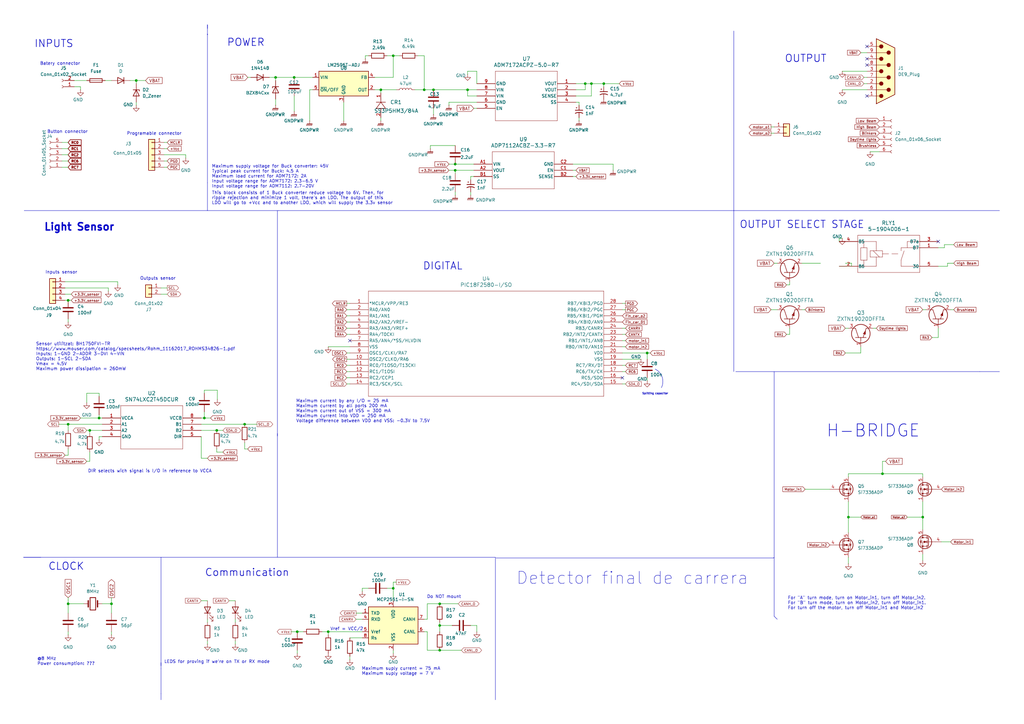
<source format=kicad_sch>
(kicad_sch (version 20231120) (generator "eeschema") (generator_version "8.0")
  (paper "A3")
  (title_block (title "Projecte Eines de Disseny: Llums") (date "2025-03-21") (rev "1.0") (company "Jordi Godàs i Max Pérez"))
  (lib_symbols
    (symbol "5-1904006-1:5-1904006-1" (pin_names (offset 0.254))
      (property "Reference" "RLY" (at 20.32 7.62 0))
      (property "Value" "5-1904006-1" (at 20.32 5.08 0))
      (symbol "5-1904006-1_0_1"
        (pin unspecified line (at 40.64 -2.54 180) (length 7.62) (name "87") (number "1"))
        (pin unspecified line (at 0 -10.16 0) (length 7.62) (name "86") (number "2"))
        (pin unspecified line (at 40.64 0 180) (length 7.62) (name "87a") (number "3"))
        (pin unspecified line (at 0 0 0) (length 7.62) (name "85") (number "4"))
        (pin unspecified line (at 40.64 -10.16 180) (length 7.62) (name "30") (number "5"))
      )
    )
    (symbol "ADM7172ACPZ-5.0-R7:ADM7172ACPZ-5.0-R7" (pin_names (offset 0.254))
      (property "Reference" "U" (at 20.32 10.16 0))
      (property "Value" "ADM7172ACPZ-5.0-R7" (at 20.32 7.62 0))
      (symbol "ADM7172ACPZ-5.0-R7_0_1"
        (pin output line (at 0 0 0) (length 7.62) (name "VOUT") (number "1"))
        (pin output line (at 0 -2.54 0) (length 7.62) (name "VOUT") (number "2"))
        (pin unspecified line (at 0 -5.08 0) (length 7.62) (name "SENSE") (number "3"))
        (pin unspecified line (at 0 -7.62 0) (length 7.62) (name "SS") (number "4"))
        (pin input line (at 40.64 -10.16 180) (length 7.62) (name "EN") (number "5"))
        (pin power_out line (at 40.64 -7.62 180) (length 7.62) (name "GND") (number "6"))
        (pin power_in line (at 40.64 -5.08 180) (length 7.62) (name "VIN") (number "7"))
        (pin power_in line (at 40.64 -2.54 180) (length 7.62) (name "VIN") (number "8"))
        (pin power_out line (at 40.64 0 180) (length 7.62) (name "GND") (number "9"))
      )
    )
    (symbol "ADP7112ACBZ-3.3-R7:ADP7112ACBZ-3.3-R7" (pin_names (offset 0.254))
      (property "Reference" "U" (at 20.32 10.16 0))
      (property "Value" "ADP7112ACBZ-3.3-R7" (at 20.32 7.62 0))
      (symbol "ADP7112ACBZ-3.3-R7_0_1"
        (pin power_in line (at 0 0 0) (length 7.62) (name "VIN") (number "A1"))
        (pin output line (at 0 -2.54 0) (length 7.62) (name "VOUT") (number "A2"))
        (pin unspecified line (at 0 -5.08 0) (length 7.62) (name "SS") (number "B1"))
        (pin unspecified line (at 40.64 -5.08 180) (length 7.62) (name "SENSE") (number "B2"))
        (pin input line (at 40.64 -2.54 180) (length 7.62) (name "EN") (number "C1"))
        (pin power_out line (at 40.64 0 180) (length 7.62) (name "GND") (number "C2"))
      )
    )
    (symbol "Connector:Conn_01x02_Socket" (pin_names (offset 1.016) hide)
      (property "Reference" "J" (at 0 2.54 0))
      (property "Value" "Conn_01x02_Socket" (at 0 -5.08 0))
      (symbol "Conn_01x02_Socket_1_1"
        (pin passive line (at -5.08 0 0) (length 3.81) (name "Pin_1") (number "1"))
        (pin passive line (at -5.08 -2.54 0) (length 3.81) (name "Pin_2") (number "2"))
      )
    )
    (symbol "Connector:Conn_01x05_Socket" (pin_names (offset 1.016) hide)
      (property "Reference" "J" (at 0 7.62 0))
      (property "Value" "Conn_01x05_Socket" (at 0 -7.62 0))
      (symbol "Conn_01x05_Socket_1_1"
        (pin passive line (at -5.08 5.08 0) (length 3.81) (name "Pin_1") (number "1"))
        (pin passive line (at -5.08 2.54 0) (length 3.81) (name "Pin_2") (number "2"))
        (pin passive line (at -5.08 0 0) (length 3.81) (name "Pin_3") (number "3"))
        (pin passive line (at -5.08 -2.54 0) (length 3.81) (name "Pin_4") (number "4"))
        (pin passive line (at -5.08 -5.08 0) (length 3.81) (name "Pin_5") (number "5"))
      )
    )
    (symbol "Connector:Conn_01x06_Socket" (pin_names (offset 1.016) hide)
      (property "Reference" "J" (at 0 7.62 0))
      (property "Value" "Conn_01x06_Socket" (at 0 -10.16 0))
      (symbol "Conn_01x06_Socket_1_1"
        (pin passive line (at -5.08 5.08 0) (length 3.81) (name "Pin_1") (number "1"))
        (pin passive line (at -5.08 2.54 0) (length 3.81) (name "Pin_2") (number "2"))
        (pin passive line (at -5.08 0 0) (length 3.81) (name "Pin_3") (number "3"))
        (pin passive line (at -5.08 -2.54 0) (length 3.81) (name "Pin_4") (number "4"))
        (pin passive line (at -5.08 -5.08 0) (length 3.81) (name "Pin_5") (number "5"))
        (pin passive line (at -5.08 -7.62 0) (length 3.81) (name "Pin_6") (number "6"))
      )
    )
    (symbol "Connector:DE9_Plug" (pin_names (offset 1.016) hide)
      (property "Reference" "J" (at 0 13.97 0))
      (property "Value" "DE9_Plug" (at 0 -14.605 0))
      (symbol "DE9_Plug_1_1"
        (pin passive line (at -7.62 -10.16 0) (length 3.81) (name "1") (number "1"))
        (pin passive line (at -7.62 -5.08 0) (length 3.81) (name "2") (number "2"))
        (pin passive line (at -7.62 0 0) (length 3.81) (name "3") (number "3"))
        (pin passive line (at -7.62 5.08 0) (length 3.81) (name "4") (number "4"))
        (pin passive line (at -7.62 10.16 0) (length 3.81) (name "5") (number "5"))
        (pin passive line (at -7.62 -7.62 0) (length 3.81) (name "6") (number "6"))
        (pin passive line (at -7.62 -2.54 0) (length 3.81) (name "7") (number "7"))
        (pin passive line (at -7.62 2.54 0) (length 3.81) (name "8") (number "8"))
        (pin passive line (at -7.62 7.62 0) (length 3.81) (name "9") (number "9"))
      )
    )
    (symbol "Connector_Generic:Conn_01x02" (pin_names (offset 1.016) hide)
      (property "Reference" "J" (at 0 2.54 0))
      (property "Value" "Conn_01x02" (at 0 -5.08 0))
      (symbol "Conn_01x02_1_1"
        (pin passive line (at -5.08 0 0) (length 3.81) (name "Pin_1") (number "1"))
        (pin passive line (at -5.08 -2.54 0) (length 3.81) (name "Pin_2") (number "2"))
      )
    )
    (symbol "Connector_Generic:Conn_01x04" (pin_names (offset 1.016) hide)
      (property "Reference" "J" (at 0 5.08 0))
      (property "Value" "Conn_01x04" (at 0 -7.62 0))
      (symbol "Conn_01x04_1_1"
        (pin passive line (at -5.08 2.54 0) (length 3.81) (name "Pin_1") (number "1"))
        (pin passive line (at -5.08 0 0) (length 3.81) (name "Pin_2") (number "2"))
        (pin passive line (at -5.08 -2.54 0) (length 3.81) (name "Pin_3") (number "3"))
        (pin passive line (at -5.08 -5.08 0) (length 3.81) (name "Pin_4") (number "4"))
      )
    )
    (symbol "Connector_Generic:Conn_01x05" (pin_names (offset 1.016) hide)
      (property "Reference" "J" (at 0 7.62 0))
      (property "Value" "Conn_01x05" (at 0 -7.62 0))
      (symbol "Conn_01x05_1_1"
        (pin passive line (at -5.08 5.08 0) (length 3.81) (name "Pin_1") (number "1"))
        (pin passive line (at -5.08 2.54 0) (length 3.81) (name "Pin_2") (number "2"))
        (pin passive line (at -5.08 0 0) (length 3.81) (name "Pin_3") (number "3"))
        (pin passive line (at -5.08 -2.54 0) (length 3.81) (name "Pin_4") (number "4"))
        (pin passive line (at -5.08 -5.08 0) (length 3.81) (name "Pin_5") (number "5"))
      )
    )
    (symbol "Device:C" (pin_numbers hide) (pin_names (offset 0.254))
      (property "Reference" "C" (at 0.635 2.54 0))
      (property "Value" "C" (at 0.635 -2.54 0))
      (symbol "C_1_1"
        (pin passive line (at 0 3.81 270) (length 2.794) (name "~") (number "1"))
        (pin passive line (at 0 -3.81 90) (length 2.794) (name "~") (number "2"))
      )
    )
    (symbol "Device:C_Polarized_Small_US" (pin_numbers hide) (pin_names (offset 0.254) hide)
      (property "Reference" "C" (at 0.254 1.778 0))
      (property "Value" "C_Polarized_Small_US" (at 0.254 -2.032 0))
      (symbol "C_Polarized_Small_US_1_1"
        (pin passive line (at 0 2.54 270) (length 2.032) (name "~") (number "1"))
        (pin passive line (at 0 -2.54 90) (length 2.032) (name "~") (number "2"))
      )
    )
    (symbol "Device:Crystal" (pin_numbers hide) (pin_names (offset 1.016) hide)
      (property "Reference" "Y" (at 0 3.81 0))
      (property "Value" "Crystal" (at 0 -3.81 0))
      (symbol "Crystal_1_1"
        (pin passive line (at -3.81 0 0) (length 1.27) (name "1") (number "1"))
        (pin passive line (at 3.81 0 180) (length 1.27) (name "2") (number "2"))
      )
    )
    (symbol "Device:D" (pin_numbers hide) (pin_names (offset 1.016) hide)
      (property "Reference" "D" (at 0 2.54 0))
      (property "Value" "D" (at 0 -2.54 0))
      (symbol "D_1_1"
        (pin passive line (at -3.81 0 0) (length 2.54) (name "K") (number "1"))
        (pin passive line (at 3.81 0 180) (length 2.54) (name "A") (number "2"))
      )
    )
    (symbol "Device:D_Zener" (pin_numbers hide) (pin_names (offset 1.016) hide)
      (property "Reference" "D" (at 0 2.54 0))
      (property "Value" "D_Zener" (at 0 -2.54 0))
      (symbol "D_Zener_1_1"
        (pin passive line (at -3.81 0 0) (length 2.54) (name "K") (number "1"))
        (pin passive line (at 3.81 0 180) (length 2.54) (name "A") (number "2"))
      )
    )
    (symbol "Device:Fuse" (pin_numbers hide) (pin_names (offset 0))
      (property "Reference" "F" (at 2.032 0 90))
      (property "Value" "Fuse" (at -1.905 0 90))
      (symbol "Fuse_1_1"
        (pin passive line (at 0 3.81 270) (length 1.27) (name "~") (number "1"))
        (pin passive line (at 0 -3.81 90) (length 1.27) (name "~") (number "2"))
      )
    )
    (symbol "Device:L" (pin_numbers hide) (pin_names (offset 1.016) hide)
      (property "Reference" "L" (at -1.27 0 90))
      (property "Value" "L" (at 1.905 0 90))
      (symbol "L_1_1"
        (pin passive line (at 0 3.81 270) (length 1.27) (name "1") (number "1"))
        (pin passive line (at 0 -3.81 90) (length 1.27) (name "2") (number "2"))
      )
    )
    (symbol "Device:LED" (pin_numbers hide) (pin_names (offset 1.016) hide)
      (property "Reference" "D" (at 0 2.54 0))
      (property "Value" "LED" (at 0 -2.54 0))
      (symbol "LED_1_1"
        (pin passive line (at -3.81 0 0) (length 2.54) (name "K") (number "1"))
        (pin passive line (at 3.81 0 180) (length 2.54) (name "A") (number "2"))
      )
    )
    (symbol "Device:R" (pin_numbers hide) (pin_names (offset 0))
      (property "Reference" "R" (at 2.032 0 90))
      (property "Value" "R" (at 0 0 90))
      (symbol "R_1_1"
        (pin passive line (at 0 3.81 270) (length 1.27) (name "~") (number "1"))
        (pin passive line (at 0 -3.81 90) (length 1.27) (name "~") (number "2"))
      )
    )
    (symbol "Diode:1N4148" (pin_numbers hide) (pin_names hide)
      (property "Reference" "D" (at 0 2.54 0))
      (property "Value" "1N4148" (at 0 -2.54 0))
      (symbol "1N4148_1_1"
        (pin passive line (at -3.81 0 0) (length 2.54) (name "K") (number "1"))
        (pin passive line (at 3.81 0 180) (length 2.54) (name "A") (number "2"))
      )
    )
    (symbol "Diode:BZX84Cxx" (pin_numbers hide) (pin_names hide)
      (property "Reference" "D" (at 0 3.81 0))
      (property "Value" "BZX84Cxx" (at 0 -3.81 0))
      (symbol "BZX84Cxx_1_1"
        (pin passive line (at 3.81 0 180) (length 2.54) (name "A") (number "1"))
        (pin no_connect line (at 1.27 0 180) (length 2.54) hide (name "NC") (number "2"))
        (pin passive line (at -3.81 0 0) (length 2.54) (name "K") (number "3"))
      )
    )
    (symbol "Interface_CAN_LIN:MCP2551-I-SN" (pin_names (offset 1.016))
      (property "Reference" "U" (at -10.16 8.89 0))
      (property "Value" "MCP2551-I-SN" (at 2.54 8.89 0))
      (symbol "MCP2551-I-SN_1_1"
        (pin input line (at -12.7 5.08 0) (length 2.54) (name "TXD") (number "1"))
        (pin power_in line (at 0 -10.16 90) (length 2.54) (name "VSS") (number "2"))
        (pin power_in line (at 0 10.16 270) (length 2.54) (name "VDD") (number "3"))
        (pin output line (at -12.7 2.54 0) (length 2.54) (name "RXD") (number "4"))
        (pin power_out line (at -12.7 -2.54 0) (length 2.54) (name "Vref") (number "5"))
        (pin bidirectional line (at 12.7 -2.54 180) (length 2.54) (name "CANL") (number "6"))
        (pin bidirectional line (at 12.7 2.54 180) (length 2.54) (name "CANH") (number "7"))
        (pin input line (at -12.7 -5.08 0) (length 2.54) (name "Rs") (number "8"))
      )
    )
    (symbol "PIC18F2580:PIC18F2580-I_SO" (pin_names (offset 0.254))
      (property "Reference" "U" (at 55.88 10.16 0))
      (property "Value" "PIC18F2580-I/SO" (at 55.88 7.62 0))
      (symbol "PIC18F2580-I_SO_0_1"
        (pin unspecified line (at 0 0 0) (length 7.62) (name "*MCLR/VPP/RE3") (number "1"))
        (pin unspecified line (at 0 -22.86 0) (length 7.62) (name "OSC2/CLKO/RA6") (number "10"))
        (pin unspecified line (at 0 -25.4 0) (length 7.62) (name "RC0/T1OSO/T13CKI") (number "11"))
        (pin unspecified line (at 0 -27.94 0) (length 7.62) (name "RC1/T1OSI") (number "12"))
        (pin unspecified line (at 0 -30.48 0) (length 7.62) (name "RC2/CCP1") (number "13"))
        (pin unspecified line (at 0 -33.02 0) (length 7.62) (name "RC3/SCK/SCL") (number "14"))
        (pin unspecified line (at 111.76 -33.02 180) (length 7.62) (name "RC4/SDI/SDA") (number "15"))
        (pin unspecified line (at 111.76 -30.48 180) (length 7.62) (name "RC5/SDO") (number "16"))
        (pin unspecified line (at 111.76 -27.94 180) (length 7.62) (name "RC6/TX/CK") (number "17"))
        (pin unspecified line (at 111.76 -25.4 180) (length 7.62) (name "RC7/RX/DT") (number "18"))
        (pin unspecified line (at 111.76 -22.86 180) (length 7.62) (name "VSS") (number "19"))
        (pin unspecified line (at 0 -2.54 0) (length 7.62) (name "RA0/AN0") (number "2"))
        (pin unspecified line (at 111.76 -20.32 180) (length 7.62) (name "VDD") (number "20"))
        (pin unspecified line (at 111.76 -17.78 180) (length 7.62) (name "RB0/INT0/AN10") (number "21"))
        (pin unspecified line (at 111.76 -15.24 180) (length 7.62) (name "RB1/INT1/AN8") (number "22"))
        (pin unspecified line (at 111.76 -12.7 180) (length 7.62) (name "RB2/INT2/CANTX") (number "23"))
        (pin unspecified line (at 111.76 -10.16 180) (length 7.62) (name "RB3/CANRX") (number "24"))
        (pin unspecified line (at 111.76 -7.62 180) (length 7.62) (name "RB4/KBI0/AN9") (number "25"))
        (pin unspecified line (at 111.76 -5.08 180) (length 7.62) (name "RB5/KBI1/PGM") (number "26"))
        (pin unspecified line (at 111.76 -2.54 180) (length 7.62) (name "RB6/KBI2/PGC") (number "27"))
        (pin unspecified line (at 111.76 0 180) (length 7.62) (name "RB7/KBI3/PGD") (number "28"))
        (pin unspecified line (at 0 -5.08 0) (length 7.62) (name "RA1/AN1") (number "3"))
        (pin unspecified line (at 0 -7.62 0) (length 7.62) (name "RA2/AN2/VREF-") (number "4"))
        (pin unspecified line (at 0 -10.16 0) (length 7.62) (name "RA3/AN3/VREF+") (number "5"))
        (pin unspecified line (at 0 -12.7 0) (length 7.62) (name "RA4/T0CKI") (number "6"))
        (pin unspecified line (at 0 -15.24 0) (length 7.62) (name "RA5/AN4/*SS/HLVDIN") (number "7"))
        (pin unspecified line (at 0 -17.78 0) (length 7.62) (name "VSS") (number "8"))
        (pin unspecified line (at 0 -20.32 0) (length 7.62) (name "OSC1/CLKI/RA7") (number "9"))
      )
    )
    (symbol "Regulator_Switching:LM2596T-ADJ"
      (property "Reference" "U" (at -10.16 6.35 0))
      (property "Value" "LM2596T-ADJ" (at 0 6.35 0))
      (symbol "LM2596T-ADJ_1_1"
        (pin power_in line (at -12.7 2.54 0) (length 2.54) (name "VIN") (number "1"))
        (pin output line (at 12.7 -2.54 180) (length 2.54) (name "OUT") (number "2"))
        (pin power_in line (at 0 -7.62 90) (length 2.54) (name "GND") (number "3"))
        (pin input line (at 12.7 2.54 180) (length 2.54) (name "FB") (number "4"))
        (pin input line (at -12.7 -2.54 0) (length 2.54) (name "~{ON}/OFF") (number "5"))
      )
    )
    (symbol "SN74LXC2T45DCUR:SN74LXC2T45DCUR" (pin_names (offset 0.254))
      (property "Reference" "U" (at 20.32 10.16 0))
      (property "Value" "SN74LXC2T45DCUR" (at 20.32 7.62 0))
      (symbol "SN74LXC2T45DCUR_0_1"
        (pin power_in line (at 0 0 0) (length 7.62) (name "VCCA") (number "1"))
        (pin bidirectional line (at 0 -2.54 0) (length 7.62) (name "A1") (number "2"))
        (pin bidirectional line (at 0 -5.08 0) (length 7.62) (name "A2") (number "3"))
        (pin power_out line (at 0 -7.62 0) (length 7.62) (name "GND") (number "4"))
        (pin input line (at 40.64 -7.62 180) (length 7.62) (name "DIR") (number "5"))
        (pin bidirectional line (at 40.64 -5.08 180) (length 7.62) (name "B2") (number "6"))
        (pin bidirectional line (at 40.64 -2.54 180) (length 7.62) (name "B1") (number "7"))
        (pin power_in line (at 40.64 0 180) (length 7.62) (name "VCCB") (number "8"))
      )
    )
    (symbol "SS3P5:SS3P5HM3_84A" (pin_names (offset 0.254))
      (property "Reference" "CR" (at 5.08 4.445 0))
      (property "Value" "SS3P5HM3/84A" (at 5.08 -3.81 0))
      (symbol "SS3P5HM3_84A_0_1"
        (pin unspecified line (at 10.16 0 180) (length 2.54) (name "") (number "1"))
        (pin unspecified line (at 0 0 0) (length 2.54) (name "") (number "2"))
      )
    )
    (symbol "Transistor_FET:Si7336ADP" (pin_names hide)
      (property "Reference" "Q" (at 5.08 1.905 0))
      (property "Value" "Si7336ADP" (at 5.08 0 0))
      (symbol "Si7336ADP_1_1"
        (pin passive line (at 2.54 -5.08 90) (length 2.54) (name "S") (number "1"))
        (pin passive line (at 2.54 -5.08 90) (length 2.54) hide (name "S") (number "2"))
        (pin passive line (at 2.54 -5.08 90) (length 2.54) hide (name "S") (number "3"))
        (pin input line (at -5.08 0 0) (length 2.54) (name "G") (number "4"))
        (pin passive line (at 2.54 5.08 270) (length 2.54) (name "D") (number "5"))
      )
    )
    (symbol "ZXTN:ZXTN19020DFFTA" (pin_names (offset 0.254))
      (property "Reference" "Q" (at 10.16 2.54 0))
      (property "Value" "ZXTN19020DFFTA" (at 10.16 -2.54 0))
      (symbol "ZXTN19020DFFTA_0_1"
        (pin unspecified line (at 0 0 0) (length 2.54) (name "") (number "1"))
        (pin unspecified line (at 7.62 -5.08 90) (length 2.54) (name "") (number "2"))
        (pin unspecified line (at 7.62 5.08 270) (length 2.54) (name "") (number "3"))
      )
    )
    (symbol "power:GND" (power) (pin_numbers hide) (pin_names (offset 0) hide)
      (property "Value" "GND" (at 0 -3.81 0))
      (symbol "GND_1_1"
        (pin power_in line (at 0 0 270) (length 0) (name "~") (number "1"))
      )
    )
    (symbol "power:GNDPWR" (power) (pin_numbers hide) (pin_names (offset 0) hide)
      (property "Value" "GNDPWR" (at 0 -3.302 0))
      (symbol "GNDPWR_1_1"
        (pin power_in line (at 0 0 270) (length 0) (name "~") (number "1"))
      )
    )
  )
  (junction (at 161.29 241.3))
  (junction (at 265.43 144.78))
  (junction (at 83.82 171.45))
  (junction (at 121.92 259.08))
  (junction (at 247.65 34.29))
  (junction (at 113.03 31.75))
  (junction (at 36.83 176.53))
  (junction (at 242.57 34.29))
  (junction (at 88.9 176.53))
  (junction (at 40.64 171.45))
  (junction (at 191.77 36.83))
  (junction (at 134.62 259.08))
  (junction (at 161.29 22.86))
  (junction (at 240.03 34.29))
  (junction (at 177.8 36.83))
  (junction (at 186.69 67.31))
  (junction (at 186.69 69.85))
  (junction (at 180.34 256.54))
  (junction (at 27.94 247.65))
  (junction (at 180.34 266.7))
  (junction (at 156.21 36.83))
  (junction (at 100.33 173.99))
  (junction (at 120.65 31.75))
  (junction (at 173.99 36.83))
  (junction (at 27.94 123.19))
  (junction (at 378.46 212.09))
  (junction (at 180.34 247.65))
  (junction (at 55.88 33.02))
  (junction (at 27.94 173.99))
  (junction (at 45.72 247.65))
  (junction (at 361.95 194.31))
  (junction (at 347.98 212.09))
  (no_connect (at 255.27 154.94))
  (no_connect (at 355.6 26.67))
  (no_connect (at 355.6 19.05))
  (no_connect (at 384.81 99.06))
  (no_connect (at 143.51 139.7))
  (no_connect (at 355.6 39.37))
  (no_connect (at 355.6 24.13))
  (wire (pts (xy 349.25 107.95) (xy 346.71 107.95)))
  (polyline (pts (xy 85.09 86.36) (xy 114.3 86.36)))
  (polyline (pts (xy 113.792 177.8) (xy 113.792 228.6)))
  (wire (pts (xy 26.67 120.65) (xy 29.21 120.65)))
  (wire (pts (xy 256.54 137.16) (xy 255.27 137.16)))
  (wire (pts (xy 354.33 34.29) (xy 355.6 34.29)))
  (wire (pts (xy 347.98 212.09) (xy 353.06 212.09)))
  (wire (pts (xy 187.96 247.65) (xy 180.34 247.65)))
  (wire (pts (xy 161.29 22.86) (xy 161.29 31.75)))
  (wire (pts (xy 184.15 41.91) (xy 195.58 41.91)))
  (wire (pts (xy 142.24 149.86) (xy 143.51 149.86)))
  (wire (pts (xy 237.49 49.53) (xy 237.49 48.26)))
  (wire (pts (xy 40.64 170.18) (xy 40.64 171.45)))
  (wire (pts (xy 88.9 185.42) (xy 88.9 184.15)))
  (wire (pts (xy 186.69 59.69) (xy 176.53 59.69)))
  (wire (pts (xy 68.58 120.65) (xy 66.04 120.65)))
  (polyline (pts (xy 317.246 228.854) (xy 317.5 228.6)))
  (wire (pts (xy 161.29 267.97) (xy 161.29 266.7)))
  (wire (pts (xy 156.21 36.83) (xy 162.56 36.83)))
  (wire (pts (xy 113.03 33.02) (xy 113.03 31.75)))
  (wire (pts (xy 161.29 22.86) (xy 163.83 22.86)))
  (wire (pts (xy 247.65 35.56) (xy 247.65 34.29)))
  (wire (pts (xy 27.94 247.65) (xy 27.94 251.46)))
  (wire (pts (xy 119.38 259.08) (xy 121.92 259.08)))
  (wire (pts (xy 378.46 212.09) (xy 378.46 217.17)))
  (wire (pts (xy 175.26 259.08) (xy 173.99 259.08)))
  (wire (pts (xy 387.35 100.33) (xy 391.16 100.33)))
  (wire (pts (xy 156.21 36.83) (xy 156.21 38.1)))
  (polyline (pts (xy 203.2 228.6) (xy 203.2 287.02)))
  (wire (pts (xy 265.43 144.78) (xy 266.7 144.78)))
  (wire (pts (xy 27.94 132.08) (xy 27.94 130.81)))
  (wire (pts (xy 347.98 205.74) (xy 347.98 212.09)))
  (wire (pts (xy 66.04 118.11) (xy 68.58 118.11)))
  (polyline (pts (xy 300.99 86.36) (xy 409.956 86.36)))
  (wire (pts (xy 142.24 144.78) (xy 143.51 144.78)))
  (wire (pts (xy 142.24 157.48) (xy 143.51 157.48)))
  (wire (pts (xy 353.06 144.78) (xy 353.06 142.24)))
  (wire (pts (xy 91.44 176.53) (xy 88.9 176.53)))
  (polyline (pts (xy 66.04 271.78) (xy 66.04 274.32)))
  (wire (pts (xy 161.29 238.76) (xy 161.29 241.3)))
  (wire (pts (xy 361.95 189.23) (xy 361.95 194.31)))
  (wire (pts (xy 345.44 29.21) (xy 355.6 29.21)))
  (wire (pts (xy 153.67 36.83) (xy 156.21 36.83)))
  (wire (pts (xy 35.56 189.23) (xy 36.83 189.23)))
  (wire (pts (xy 256.54 149.86) (xy 255.27 149.86)))
  (wire (pts (xy 26.67 186.69) (xy 27.94 186.69)))
  (wire (pts (xy 148.59 241.3) (xy 151.13 241.3)))
  (wire (pts (xy 143.51 261.62) (xy 148.59 261.62)))
  (polyline (pts (xy 317.5 252.73) (xy 318.77 254)))
  (wire (pts (xy 236.22 36.83) (xy 240.03 36.83)))
  (wire (pts (xy 256.54 142.24) (xy 255.27 142.24)))
  (wire (pts (xy 158.75 22.86) (xy 161.29 22.86)))
  (wire (pts (xy 191.77 36.83) (xy 195.58 36.83)))
  (polyline (pts (xy 66.04 284.48) (xy 66.04 287.02)))
  (wire (pts (xy 36.83 189.23) (xy 36.83 185.42)))
  (wire (pts (xy 262.89 147.32) (xy 255.27 147.32)))
  (wire (pts (xy 184.15 43.18) (xy 184.15 41.91)))
  (wire (pts (xy 186.69 69.85) (xy 186.69 71.12)))
  (wire (pts (xy 149.86 22.86) (xy 149.86 24.13)))
  (wire (pts (xy 349.25 109.22) (xy 349.25 107.95)))
  (wire (pts (xy 142.24 147.32) (xy 143.51 147.32)))
  (wire (pts (xy 175.26 247.65) (xy 175.26 254)))
  (wire (pts (xy 344.17 97.79) (xy 345.44 97.79)))
  (wire (pts (xy 347.98 194.31) (xy 347.98 195.58)))
  (wire (pts (xy 67.31 60.96) (xy 68.58 60.96)))
  (polyline (pts (xy 317.5 152.4) (xy 317.5 252.73)))
  (wire (pts (xy 85.09 255.27) (xy 85.09 254)))
  (wire (pts (xy 384.81 138.43) (xy 384.81 134.62)))
  (wire (pts (xy 173.99 22.86) (xy 173.99 36.83)))
  (wire (pts (xy 40.64 162.56) (xy 40.64 161.29)))
  (wire (pts (xy 85.09 264.16) (xy 85.09 262.89)))
  (polyline (pts (xy 85.09 13.97) (xy 85.09 14.224)))
  (wire (pts (xy 384.81 101.6) (xy 387.35 101.6)))
  (wire (pts (xy 55.88 33.02) (xy 59.69 33.02)))
  (wire (pts (xy 177.8 46.99) (xy 177.8 44.45)))
  (wire (pts (xy 33.02 171.45) (xy 40.64 171.45)))
  (wire (pts (xy 322.58 137.16) (xy 323.85 137.16)))
  (wire (pts (xy 170.18 36.83) (xy 173.99 36.83)))
  (wire (pts (xy 330.2 200.66) (xy 340.36 200.66)))
  (polyline (pts (xy 85.09 10.16) (xy 85.09 74.93)))
  (wire (pts (xy 96.52 264.16) (xy 96.52 262.89)))
  (wire (pts (xy 256.54 152.4) (xy 255.27 152.4)))
  (wire (pts (xy 40.64 179.07) (xy 41.91 179.07)))
  (wire (pts (xy 236.22 41.91) (xy 237.49 41.91)))
  (polyline (pts (xy 66.04 228.6) (xy 203.2 228.6)))
  (wire (pts (xy 45.72 260.35) (xy 45.72 259.08)))
  (wire (pts (xy 347.98 194.31) (xy 361.95 194.31)))
  (wire (pts (xy 68.58 66.04) (xy 67.31 66.04)))
  (wire (pts (xy 236.22 69.85) (xy 234.95 69.85)))
  (wire (pts (xy 195.58 29.21) (xy 191.77 29.21)))
  (wire (pts (xy 82.55 176.53) (xy 88.9 176.53)))
  (wire (pts (xy 256.54 139.7) (xy 255.27 139.7)))
  (wire (pts (xy 36.83 176.53) (xy 36.83 177.8)))
  (polyline (pts (xy 203.454 228.854) (xy 317.246 228.854)))
  (wire (pts (xy 35.56 176.53) (xy 36.83 176.53)))
  (wire (pts (xy 67.31 58.42) (xy 68.58 58.42)))
  (wire (pts (xy 36.83 176.53) (xy 41.91 176.53)))
  (wire (pts (xy 25.4 58.42) (xy 27.94 58.42)))
  (wire (pts (xy 184.15 67.31) (xy 186.69 67.31)))
  (wire (pts (xy 386.08 222.25) (xy 389.89 222.25)))
  (wire (pts (xy 240.03 36.83) (xy 240.03 34.29)))
  (wire (pts (xy 180.34 247.65) (xy 175.26 247.65)))
  (wire (pts (xy 53.34 33.02) (xy 55.88 33.02)))
  (wire (pts (xy 120.65 39.37) (xy 120.65 45.72)))
  (wire (pts (xy 148.59 241.3) (xy 148.59 242.57)))
  (wire (pts (xy 391.16 127) (xy 389.89 127)))
  (wire (pts (xy 113.03 40.64) (xy 113.03 43.18)))
  (wire (pts (xy 236.22 39.37) (xy 242.57 39.37)))
  (wire (pts (xy 349.25 109.22) (xy 344.17 109.22)))
  (wire (pts (xy 27.94 173.99) (xy 27.94 176.53)))
  (polyline (pts (xy 300.99 86.36) (xy 300.99 152.4)))
  (wire (pts (xy 82.55 173.99) (xy 100.33 173.99)))
  (wire (pts (xy 83.82 168.91) (xy 83.82 171.45)))
  (wire (pts (xy 27.94 173.99) (xy 41.91 173.99)))
  (polyline (pts (xy 301.752 152.4) (xy 401.828 152.4)))
  (polyline (pts (xy 85.09 10.16) (xy 85.09 11.684)))
  (wire (pts (xy 180.34 256.54) (xy 185.42 256.54)))
  (wire (pts (xy 242.57 34.29) (xy 247.65 34.29)))
  (wire (pts (xy 29.21 123.19) (xy 27.94 123.19)))
  (wire (pts (xy 82.55 187.96) (xy 85.09 187.96)))
  (wire (pts (xy 242.57 34.29) (xy 242.57 39.37)))
  (wire (pts (xy 346.71 134.62) (xy 347.98 134.62)))
  (wire (pts (xy 175.26 266.7) (xy 175.26 259.08)))
  (wire (pts (xy 82.55 246.38) (xy 85.09 246.38)))
  (wire (pts (xy 347.98 228.6) (xy 347.98 231.14)))
  (wire (pts (xy 353.06 21.59) (xy 355.6 21.59)))
  (wire (pts (xy 195.58 256.54) (xy 195.58 259.08)))
  (wire (pts (xy 156.21 49.53) (xy 156.21 48.26)))
  (wire (pts (xy 378.46 194.31) (xy 378.46 195.58)))
  (wire (pts (xy 82.55 187.96) (xy 82.55 179.07)))
  (wire (pts (xy 134.62 259.08) (xy 148.59 259.08)))
  (wire (pts (xy 234.95 67.31) (xy 251.46 67.31)))
  (wire (pts (xy 142.24 124.46) (xy 143.51 124.46)))
  (wire (pts (xy 256.54 127) (xy 255.27 127)))
  (wire (pts (xy 27.94 247.65) (xy 34.29 247.65)))
  (wire (pts (xy 176.53 59.69) (xy 176.53 60.96)))
  (wire (pts (xy 347.98 212.09) (xy 347.98 218.44)))
  (wire (pts (xy 378.46 127) (xy 379.73 127)))
  (wire (pts (xy 191.77 29.21) (xy 191.77 30.48)))
  (wire (pts (xy 142.24 137.16) (xy 143.51 137.16)))
  (wire (pts (xy 256.54 157.48) (xy 255.27 157.48)))
  (wire (pts (xy 83.82 161.29) (xy 83.82 160.02)))
  (polyline (pts (xy 85.09 74.93) (xy 85.09 86.36)))
  (wire (pts (xy 93.98 246.38) (xy 96.52 246.38)))
  (wire (pts (xy 372.11 212.09) (xy 378.46 212.09)))
  (wire (pts (xy 24.13 173.99) (xy 27.94 173.99)))
  (wire (pts (xy 346.71 144.78) (xy 353.06 144.78)))
  (wire (pts (xy 121.92 259.08) (xy 124.46 259.08)))
  (wire (pts (xy 100.33 184.15) (xy 100.33 181.61)))
  (wire (pts (xy 388.62 107.95) (xy 391.16 107.95)))
  (wire (pts (xy 193.04 72.39) (xy 194.31 72.39)))
  (wire (pts (xy 146.05 254) (xy 148.59 254)))
  (wire (pts (xy 48.26 115.57) (xy 48.26 116.84)))
  (wire (pts (xy 356.87 62.23) (xy 360.68 62.23)))
  (wire (pts (xy 83.82 171.45) (xy 82.55 171.45)))
  (wire (pts (xy 236.22 34.29) (xy 240.03 34.29)))
  (wire (pts (xy 316.23 127) (xy 318.77 127)))
  (wire (pts (xy 142.24 152.4) (xy 143.51 152.4)))
  (wire (pts (xy 191.77 36.83) (xy 191.77 39.37)))
  (wire (pts (xy 142.24 129.54) (xy 143.51 129.54)))
  (wire (pts (xy 251.46 67.31) (xy 251.46 69.85)))
  (wire (pts (xy 387.35 101.6) (xy 387.35 100.33)))
  (wire (pts (xy 193.04 80.01) (xy 193.04 78.74)))
  (wire (pts (xy 161.29 238.76) (xy 162.56 238.76)))
  (polyline (pts (xy 9.652 228.6) (xy 16.764 228.6)))
  (wire (pts (xy 40.64 161.29) (xy 35.56 161.29)))
  (wire (pts (xy 184.15 69.85) (xy 186.69 69.85)))
  (wire (pts (xy 127 36.83) (xy 127 49.53)))
  (wire (pts (xy 146.05 251.46) (xy 148.59 251.46)))
  (wire (pts (xy 265.43 144.78) (xy 265.43 147.32)))
  (wire (pts (xy 43.18 33.02) (xy 45.72 33.02)))
  (wire (pts (xy 191.77 39.37) (xy 195.58 39.37)))
  (polyline (pts (xy 9.652 228.6) (xy 66.04 228.6)))
  (wire (pts (xy 27.94 123.19) (xy 26.67 123.19)))
  (wire (pts (xy 177.8 36.83) (xy 191.77 36.83)))
  (wire (pts (xy 149.86 22.86) (xy 151.13 22.86)))
  (wire (pts (xy 382.27 138.43) (xy 384.81 138.43)))
  (wire (pts (xy 354.33 31.75) (xy 355.6 31.75)))
  (wire (pts (xy 134.62 142.24) (xy 143.51 142.24)))
  (wire (pts (xy 101.6 184.15) (xy 100.33 184.15)))
  (wire (pts (xy 127 36.83) (xy 128.27 36.83)))
  (wire (pts (xy 25.4 68.58) (xy 27.94 68.58)))
  (wire (pts (xy 175.26 254) (xy 173.99 254)))
  (wire (pts (xy 41.91 247.65) (xy 45.72 247.65)))
  (wire (pts (xy 359.41 134.62) (xy 358.14 134.62)))
  (wire (pts (xy 173.99 36.83) (xy 177.8 36.83)))
  (wire (pts (xy 76.2 63.5) (xy 76.2 64.77)))
  (polyline (pts (xy 66.04 228.6) (xy 66.04 273.05)))
  (wire (pts (xy 388.62 109.22) (xy 388.62 107.95)))
  (polyline (pts (xy 114.3 86.36) (xy 300.99 86.36)))
  (wire (pts (xy 101.6 31.75) (xy 102.87 31.75)))
  (wire (pts (xy 316.23 54.61) (xy 317.5 54.61)))
  (wire (pts (xy 142.24 132.08) (xy 143.51 132.08)))
  (wire (pts (xy 328.93 107.95) (xy 336.55 107.95)))
  (wire (pts (xy 378.46 227.33) (xy 378.46 229.87)))
  (wire (pts (xy 68.58 68.58) (xy 67.31 68.58)))
  (wire (pts (xy 110.49 31.75) (xy 113.03 31.75)))
  (wire (pts (xy 361.95 189.23) (xy 363.22 189.23)))
  (wire (pts (xy 30.48 33.02) (xy 35.56 33.02)))
  (wire (pts (xy 234.95 72.39) (xy 236.22 72.39)))
  (wire (pts (xy 186.69 67.31) (xy 194.31 67.31)))
  (wire (pts (xy 35.56 161.29) (xy 35.56 165.1)))
  (wire (pts (xy 265.43 156.21) (xy 265.43 154.94)))
  (wire (pts (xy 27.94 186.69) (xy 27.94 184.15)))
  (wire (pts (xy 194.31 44.45) (xy 195.58 44.45)))
  (wire (pts (xy 161.29 241.3) (xy 161.29 246.38)))
  (wire (pts (xy 25.4 63.5) (xy 27.94 63.5)))
  (wire (pts (xy 33.02 35.56) (xy 33.02 36.83)))
  (wire (pts (xy 323.85 116.84) (xy 323.85 115.57)))
  (wire (pts (xy 113.03 31.75) (xy 120.65 31.75)))
  (wire (pts (xy 240.03 34.29) (xy 242.57 34.29)))
  (wire (pts (xy 120.65 31.75) (xy 128.27 31.75)))
  (wire (pts (xy 83.82 160.02) (xy 89.154 160.02)))
  (wire (pts (xy 345.44 36.83) (xy 355.6 36.83)))
  (wire (pts (xy 180.34 256.54) (xy 180.34 259.08)))
  (wire (pts (xy 247.65 34.29) (xy 254 34.29)))
  (polyline (pts (xy 85.09 13.97) (xy 85.09 14.224)))
  (wire (pts (xy 344.17 97.79) (xy 344.17 99.06)))
  (wire (pts (xy 256.54 134.62) (xy 255.27 134.62)))
  (wire (pts (xy 388.62 109.22) (xy 384.81 109.22)))
  (wire (pts (xy 158.75 241.3) (xy 161.29 241.3)))
  (wire (pts (xy 378.46 205.74) (xy 378.46 212.09)))
  (wire (pts (xy 180.34 266.7) (xy 175.26 266.7)))
  (wire (pts (xy 30.48 35.56) (xy 33.02 35.56)))
  (wire (pts (xy 153.67 31.75) (xy 161.29 31.75)))
  (polyline (pts (xy 66.04 274.32) (xy 66.04 284.48)))
  (wire (pts (xy 193.04 256.54) (xy 195.58 256.54)))
  (wire (pts (xy 86.36 171.45) (xy 83.82 171.45)))
  (wire (pts (xy 88.9 185.42) (xy 91.44 185.42)))
  (wire (pts (xy 44.45 118.11) (xy 26.67 118.11)))
  (wire (pts (xy 55.88 33.02) (xy 55.88 34.29)))
  (wire (pts (xy 132.08 259.08) (xy 134.62 259.08)))
  (wire (pts (xy 317.5 107.95) (xy 318.77 107.95)))
  (wire (pts (xy 330.2 127) (xy 328.93 127)))
  (wire (pts (xy 361.95 194.31) (xy 378.46 194.31)))
  (wire (pts (xy 45.72 245.11) (xy 45.72 247.65)))
  (wire (pts (xy 142.24 134.62) (xy 143.51 134.62)))
  (polyline (pts (xy 401.828 152.4) (xy 409.956 152.4)))
  (wire (pts (xy 189.23 266.7) (xy 180.34 266.7)))
  (wire (pts (xy 140.97 41.91) (xy 140.97 49.53)))
  (wire (pts (xy 27.94 260.35) (xy 27.94 259.08)))
  (wire (pts (xy 256.54 124.46) (xy 255.27 124.46)))
  (wire (pts (xy 89.154 160.02) (xy 89.154 163.83)))
  (wire (pts (xy 143.51 270.51) (xy 143.51 269.24)))
  (wire (pts (xy 193.04 73.66) (xy 193.04 72.39)))
  (wire (pts (xy 186.69 69.85) (xy 194.31 69.85)))
  (wire (pts (xy 171.45 22.86) (xy 173.99 22.86)))
  (wire (pts (xy 134.62 260.35) (xy 134.62 259.08)))
  (polyline (pts (xy 9.906 86.36) (xy 85.09 86.36)))
  (wire (pts (xy 25.4 66.04) (xy 27.94 66.04)))
  (wire (pts (xy 45.72 247.65) (xy 45.72 251.46)))
  (wire (pts (xy 44.45 119.38) (xy 44.45 118.11)))
  (wire (pts (xy 237.49 41.91) (xy 237.49 43.18)))
  (wire (pts (xy 142.24 154.94) (xy 143.51 154.94)))
  (wire (pts (xy 121.92 267.97) (xy 121.92 266.7)))
  (wire (pts (xy 26.67 115.57) (xy 48.26 115.57)))
  (wire (pts (xy 25.4 60.96) (xy 27.94 60.96)))
  (wire (pts (xy 186.69 78.74) (xy 186.69 80.01)))
  (wire (pts (xy 67.31 63.5) (xy 76.2 63.5)))
  (wire (pts (xy 255.27 144.78) (xy 265.43 144.78)))
  (polyline (pts (xy 300.99 12.7) (xy 300.99 86.36)))
  (wire (pts (xy 316.23 52.07) (xy 317.5 52.07)))
  (polyline (pts (xy 113.792 86.36) (xy 113.792 178.816)))
  (wire (pts (xy 180.34 255.27) (xy 180.34 256.54)))
  (wire (pts (xy 322.58 116.84) (xy 323.85 116.84)))
  (wire (pts (xy 55.88 43.18) (xy 55.88 41.91)))
  (wire (pts (xy 40.64 171.45) (xy 41.91 171.45)))
  (wire (pts (xy 40.64 180.34) (xy 40.64 179.07)))
  (wire (pts (xy 142.24 127) (xy 143.51 127)))
  (wire (pts (xy 195.58 34.29) (xy 195.58 29.21)))
  (wire (pts (xy 323.85 137.16) (xy 323.85 134.62)))
  (wire (pts (xy 96.52 255.27) (xy 96.52 254)))
  (wire (pts (xy 105.41 173.99) (xy 100.33 173.99)))
  (wire (pts (xy 27.94 245.11) (xy 27.94 247.65)))
  (arc (start 268.732 151.384) (mid 271.5779 154.6693) (end 271.272 159.004))
  (text "Outputs sensor\n" (at 64.77 114.3 0) (effects (font (size 1.27 1.27))))
  (text "INPUTS\n" (at 22.098 18.034 0) (effects (font (size 3 3) (thickness 0.254) (bold yes))))
  (text "Batery connector \n" (at 25.146 26.162 0) (effects (font (size 1.27 1.27))))
  (text "Sensor utilitzat: BH1750FVI-TR\nhttps://www.mouser.com/catalog/specsheets/Rohm_11162017_ROHMS34826-1.pdf\nInputs: 1-GND 2-ADDR 3-DVI 4-VIN\nOutputs: 1-SCL 2-SDA\nVmax = 4.5V\nMaximum power dissipation = 260mW\n" (at 14.732 146.304 0) (effects (font (size 1.27 1.27)) (justify left)))
  (text "Detector final de carrera" (at 259.334 237.236 0) (effects (font (size 5 5))))
  (text "DIR selects wich signal is I/O in reference to VCCA\n" (at 61.468 193.294 0) (effects (font (size 1.27 1.27))))
  (text "Maximum supply voltage for Buck converter: 45V	\nTypical peak current for Buck: 4.5 A\nMaximum load current for ADM7172: 2A\nInput voltage range for ADM7172: 2.3-6.5 V\nInput voltage range for ADM7112: 2.7-20V" (at 86.868 72.39 0) (effects (font (size 1.27 1.27)) (justify left)))
  (text "OUTPUT SELECT STAGE" (at 328.93 92.202 0) (effects (font (size 3 3) (thickness 0.254) (bold yes))))
  (text "Vref = VCC/2\n" (at 142.24 258.064 0) (effects (font (size 1.27 1.27))))
  (text "Do NOT mount\n" (at 182.118 244.856 0) (effects (font (size 1.27 1.27))))
  (text "H-BRIDGE" (at 358.14 176.784 0) (effects (font (size 5 5) (thickness 0.254) (bold yes))))
  (text "LEDS for proving if we're on TX or RX mode" (at 67.31 271.526 0) (effects (font (size 1.27 1.27)) (justify left)))
  (text "POWER\n" (at 100.838 17.526 0) (effects (font (size 3 3) (thickness 0.254) (bold yes))))
  (text "Communication" (at 101.346 234.95 0) (effects (font (size 3 3) (thickness 0.255) (bold yes))))
  (text "Maximum current by any I/O = 25 mA\nMaximum current by all ports 200 mA\nMaximum current out of VSS = 300 mA\nMaximum current into VDD = 250 mA\nVoltage difference between VDD and VSS: -0.3V to 7.5V\n" (at 121.412 168.656 0) (effects (font (size 1.27 1.27)) (justify left)))
  (text "Light Sensor" (at 32.512 93.218 0) (effects (font (size 3 3) (thickness 0.6) (bold yes))))
  (text "This block consists of 1 Buck converter reduce voltage to 6V. Then, for \nripple rejection and minimize 1 volt, there's an LDO. The output of this \nLDO will go to +Vcc and to another LDO, which will supply the 3.3v sensor" (at 86.868 81.28 0) (effects (font (size 1.27 1.27)) (justify left)))
  (text "Button connector\n" (at 27.686 54.102 0) (effects (font (size 1.27 1.27))))
  (text "OUTPUT" (at 330.454 24.13 0) (effects (font (size 3 3) (thickness 0.254) (bold yes))))
  (text "Maximum suply current = 75 mA\nMaximum suply voltage = 7 V " (at 148.336 275.336 0) (effects (font (size 1.27 1.27)) (justify left)))
  (text "Inputs sensor\n" (at 25.146 111.76 0) (effects (font (size 1.27 1.27))))
  (text "CLOCK" (at 27.178 232.41 0) (effects (font (size 3 3) (thickness 0.255) (bold yes))))
  (text "DIGITAL" (at 181.61 109.22 0) (effects (font (size 3 3) (thickness 0.255) (bold yes))))
  (text "For \"A\" turn mode, turn on Motor_in1, turn off Motor_in2.\nFor \"B\" turn mode, turn on Motor_in2, turn off Motor_in1.\nFor turn off the motor, turn off Motor_in1 and Motor_in2" (at 323.088 247.396 0) (effects (font (size 1.27 1.27)) (justify left)))
  (text "@8 MHz\nPower consumption: ???" (at 15.24 271.272 0) (effects (font (size 1.27 1.27)) (justify left)))
  (text "Programable connector\n" (at 63.246 54.864 0) (effects (font (size 1.27 1.27))))
  (text "Splitting capacitor" (at 268.732 161.544 0) (effects (font (size 0.75 0.75))))
  (global_label "+3.3V_sensor" (shape input) (at 236.22 72.39 0) (effects (font (size 1.016 1.016))) (property "Intersheetrefs" "${INTERSHEET_REFS}" (effects (hide yes))))
  (global_label "RA1" (shape input) (at 142.24 129.54 180) (effects (font (size 1 1))) (property "Intersheetrefs" "${INTERSHEET_REFS}" (effects (hide yes))))
  (global_label "CANH_O" (shape input) (at 354.33 31.75 180) (effects (font (size 1 1) (thickness 0.125))) (property "Intersheetrefs" "${INTERSHEET_REFS}" (effects (hide yes))))
  (global_label "Motor_in2" (shape input) (at 386.08 200.66 0) (effects (font (size 1 1))) (property "Intersheetrefs" "${INTERSHEET_REFS}" (effects (hide yes))))
  (global_label "PGC" (shape input) (at 68.58 68.58 0) (effects (font (size 1.016 1.016))) (property "Intersheetrefs" "${INTERSHEET_REFS}" (effects (hide yes))))
  (global_label "motor_in2" (shape input) (at 256.54 142.24 0) (effects (font (size 1.016 1.016))) (property "Intersheetrefs" "${INTERSHEET_REFS}" (effects (hide yes))))
  (global_label "RC1" (shape input) (at 27.94 60.96 0) (effects (font (size 1 1) (thickness 0.254) (bold yes))) (property "Intersheetrefs" "${INTERSHEET_REFS}" (effects (hide yes))))
  (global_label "+3.3V_sensor" (shape input) (at 33.02 171.45 180) (effects (font (size 1.016 1.016))) (property "Intersheetrefs" "${INTERSHEET_REFS}" (effects (hide yes))))
  (global_label "PGD" (shape output) (at 256.54 124.46 0) (effects (font (size 1.016 1.016))) (property "Intersheetrefs" "${INTERSHEET_REFS}" (effects (hide yes))))
  (global_label "CANTX" (shape input) (at 93.98 246.38 180) (effects (font (size 1 1) (thickness 0.125))) (property "Intersheetrefs" "${INTERSHEET_REFS}" (effects (hide yes))))
  (global_label "CANTX" (shape input) (at 82.55 246.38 180) (effects (font (size 1 1) (thickness 0.125))) (property "Intersheetrefs" "${INTERSHEET_REFS}" (effects (hide yes))))
  (global_label "motor_o1" (shape output) (at 316.23 52.07 180) (effects (font (size 1.016 1.016))) (property "Intersheetrefs" "${INTERSHEET_REFS}" (effects (hide yes))))
  (global_label "Brushless" (shape input) (at 360.68 59.69 180) (effects (font (size 1 1))) (property "Intersheetrefs" "${INTERSHEET_REFS}" (effects (hide yes))))
  (global_label "VBAT" (shape input) (at 346.71 134.62 180) (property "Intersheetrefs" "${INTERSHEET_REFS}" (effects (hide yes))))
  (global_label "RC0" (shape input) (at 142.24 149.86 180) (effects (font (size 1 1))) (property "Intersheetrefs" "${INTERSHEET_REFS}" (effects (hide yes))))
  (global_label "RA4" (shape input) (at 142.24 137.16 180) (effects (font (size 1 1))) (property "Intersheetrefs" "${INTERSHEET_REFS}" (effects (hide yes))))
  (global_label "RA0" (shape input) (at 142.24 127 180) (effects (font (size 1 1))) (property "Intersheetrefs" "${INTERSHEET_REFS}" (effects (hide yes))))
  (global_label "+Vcc" (shape output) (at 119.38 259.08 180) (effects (font (size 1 1) (thickness 0.125))) (property "Intersheetrefs" "${INTERSHEET_REFS}" (effects (hide yes))))
  (global_label "+Vcc" (shape input) (at 68.58 60.96 0) (effects (font (size 1 1))) (property "Intersheetrefs" "${INTERSHEET_REFS}" (effects (hide yes))))
  (global_label "RC7" (shape input) (at 256.54 149.86 0) (effects (font (size 1 1))) (property "Intersheetrefs" "${INTERSHEET_REFS}" (effects (hide yes))))
  (global_label "+3.3V_sensor" (shape input) (at 29.21 123.19 0) (effects (font (size 1.016 1.016))) (property "Intersheetrefs" "${INTERSHEET_REFS}" (effects (hide yes))))
  (global_label "Motor_in1" (shape input) (at 389.89 222.25 0) (effects (font (size 1 1))) (property "Intersheetrefs" "${INTERSHEET_REFS}" (effects (hide yes))))
  (global_label "OSC2" (shape output) (at 142.24 147.32 180) (effects (font (size 1 1))) (property "Intersheetrefs" "${INTERSHEET_REFS}" (effects (hide yes))))
  (global_label "MCLR" (shape output) (at 142.24 124.46 180) (effects (font (size 1.016 1.016))) (property "Intersheetrefs" "${INTERSHEET_REFS}" (effects (hide yes))))
  (global_label "RC6" (shape input) (at 27.94 66.04 0) (effects (font (size 1 1) (thickness 0.254) (bold yes))) (property "Intersheetrefs" "${INTERSHEET_REFS}" (effects (hide yes))))
  (global_label "+Vcc" (shape input) (at 266.7 144.78 0) (effects (font (size 1 1))) (property "Intersheetrefs" "${INTERSHEET_REFS}" (effects (hide yes))))
  (global_label "+3.3V_sensor" (shape input) (at 35.56 189.23 180) (effects (font (size 1.016 1.016))) (property "Intersheetrefs" "${INTERSHEET_REFS}" (effects (hide yes))))
  (global_label "VBAT" (shape input) (at 363.22 189.23 0) (property "Intersheetrefs" "${INTERSHEET_REFS}" (effects (hide yes))))
  (global_label "RA2" (shape input) (at 142.24 132.08 180) (effects (font (size 1 1))) (property "Intersheetrefs" "${INTERSHEET_REFS}" (effects (hide yes))))
  (global_label "VBAT" (shape input) (at 353.06 21.59 180) (effects (font (size 1.016 1.016))) (property "Intersheetrefs" "${INTERSHEET_REFS}" (effects (hide yes))))
  (global_label "Blinkers" (shape input) (at 360.68 54.61 180) (effects (font (size 1 1))) (property "Intersheetrefs" "${INTERSHEET_REFS}" (effects (hide yes))))
  (global_label "+Vcc" (shape input) (at 184.15 67.31 180) (effects (font (size 1.016 1.016))) (property "Intersheetrefs" "${INTERSHEET_REFS}" (effects (hide yes))))
  (global_label "RA3" (shape input) (at 382.27 138.43 180) (effects (font (size 1 1))) (property "Intersheetrefs" "${INTERSHEET_REFS}" (effects (hide yes))))
  (global_label "RA3" (shape input) (at 142.24 134.62 180) (effects (font (size 1 1))) (property "Intersheetrefs" "${INTERSHEET_REFS}" (effects (hide yes))))
  (global_label "VBAT" (shape input) (at 378.46 127 180) (property "Intersheetrefs" "${INTERSHEET_REFS}" (effects (hide yes))))
  (global_label "CANL_O" (shape bidirectional) (at 189.23 266.7 0) (effects (font (size 1 1) (thickness 0.125))) (property "Intersheetrefs" "${INTERSHEET_REFS}" (effects (hide yes))))
  (global_label "+Vcc" (shape input) (at 86.36 171.45 0) (effects (font (size 1 1))) (property "Intersheetrefs" "${INTERSHEET_REFS}" (effects (hide yes))))
  (global_label "RC2" (shape input) (at 142.24 154.94 180) (effects (font (size 1 1))) (property "Intersheetrefs" "${INTERSHEET_REFS}" (effects (hide yes))))
  (global_label "PGC" (shape output) (at 256.54 127 0) (effects (font (size 1.016 1.016))) (property "Intersheetrefs" "${INTERSHEET_REFS}" (effects (hide yes))))
  (global_label "CANL_O" (shape input) (at 354.33 34.29 180) (effects (font (size 1 1) (thickness 0.125))) (property "Intersheetrefs" "${INTERSHEET_REFS}" (effects (hide yes))))
  (global_label "MCLR" (shape input) (at 68.58 58.42 0) (effects (font (size 1.016 1.016))) (property "Intersheetrefs" "${INTERSHEET_REFS}" (effects (hide yes))))
  (global_label "Motor_in2" (shape input) (at 340.36 223.52 180) (effects (font (size 1 1))) (property "Intersheetrefs" "${INTERSHEET_REFS}" (effects (hide yes))))
  (global_label "SDA" (shape bidirectional) (at 68.58 120.65 0) (effects (font (size 1 1) (thickness 0.125))) (property "Intersheetrefs" "${INTERSHEET_REFS}" (effects (hide yes))))
  (global_label "SDA_O" (shape bidirectional) (at 91.44 176.53 0) (effects (font (size 1 1) (thickness 0.125))) (property "Intersheetrefs" "${INTERSHEET_REFS}" (effects (hide yes))))
  (global_label "CANH_O" (shape bidirectional) (at 187.96 247.65 0) (effects (font (size 1 1) (thickness 0.125))) (property "Intersheetrefs" "${INTERSHEET_REFS}" (effects (hide yes))))
  (global_label "CANRX" (shape input) (at 256.54 134.62 0) (effects (font (size 1 1))) (property "Intersheetrefs" "${INTERSHEET_REFS}" (effects (hide yes))))
  (global_label "motor_o2" (shape output) (at 316.23 54.61 180) (effects (font (size 1.016 1.016))) (property "Intersheetrefs" "${INTERSHEET_REFS}" (effects (hide yes))))
  (global_label "RC7" (shape input) (at 27.94 68.58 0) (effects (font (size 1 1) (thickness 0.254) (bold yes))) (property "Intersheetrefs" "${INTERSHEET_REFS}" (effects (hide yes))))
  (global_label "SDA_O" (shape input) (at 256.54 157.48 0) (effects (font (size 1 1) (thickness 0.125))) (property "Intersheetrefs" "${INTERSHEET_REFS}" (effects (hide yes))))
  (global_label "RA2" (shape input) (at 346.71 144.78 180) (effects (font (size 1 1))) (property "Intersheetrefs" "${INTERSHEET_REFS}" (effects (hide yes))))
  (global_label "Daytime lights" (shape input) (at 359.41 134.62 0) (effects (font (size 1 1))) (property "Intersheetrefs" "${INTERSHEET_REFS}" (effects (hide yes))))
  (global_label "+3.3V_sensor" (shape input) (at 85.09 187.96 0) (effects (font (size 1.016 1.016))) (property "Intersheetrefs" "${INTERSHEET_REFS}" (effects (hide yes))))
  (global_label "OSC1" (shape input) (at 27.94 245.11 90) (property "Intersheetrefs" "${INTERSHEET_REFS}" (effects (hide yes))))
  (global_label "Low Beam" (shape input) (at 391.16 100.33 0) (effects (font (size 1 1))) (property "Intersheetrefs" "${INTERSHEET_REFS}" (effects (hide yes))))
  (global_label "Fin_car_o2" (shape input) (at 255.27 129.54 0) (effects (font (size 1.016 1.016))) (property "Intersheetrefs" "${INTERSHEET_REFS}" (effects (hide yes))))
  (global_label "+Vcc" (shape output) (at 162.56 238.76 0) (effects (font (size 1 1) (thickness 0.125))) (property "Intersheetrefs" "${INTERSHEET_REFS}" (effects (hide yes))))
  (global_label "SCL_O" (shape input) (at 142.24 157.48 180) (effects (font (size 1 1) (thickness 0.125))) (property "Intersheetrefs" "${INTERSHEET_REFS}" (effects (hide yes))))
  (global_label "+Vcc" (shape input) (at 91.44 185.42 0) (effects (font (size 1 1))) (property "Intersheetrefs" "${INTERSHEET_REFS}" (effects (hide yes))))
  (global_label "SCL_O" (shape output) (at 105.41 173.99 0) (effects (font (size 1 1) (thickness 0.125))) (property "Intersheetrefs" "${INTERSHEET_REFS}" (effects (hide yes))))
  (global_label "motor_in1" (shape input) (at 256.54 139.7 0) (effects (font (size 1.016 1.016))) (property "Intersheetrefs" "${INTERSHEET_REFS}" (effects (hide yes))))
  (global_label "RC2" (shape input) (at 27.94 63.5 0) (effects (font (size 1 1) (thickness 0.254) (bold yes))) (property "Intersheetrefs" "${INTERSHEET_REFS}" (effects (hide yes))))
  (global_label "RA0" (shape input) (at 322.58 116.84 180) (effects (font (size 1 1))) (property "Intersheetrefs" "${INTERSHEET_REFS}" (effects (hide yes))))
  (global_label "CANTX" (shape input) (at 256.54 137.16 0) (effects (font (size 1 1))) (property "Intersheetrefs" "${INTERSHEET_REFS}" (effects (hide yes))))
  (global_label "Blinkers" (shape input) (at 330.2 127 0) (effects (font (size 1 1))) (property "Intersheetrefs" "${INTERSHEET_REFS}" (effects (hide yes))))
  (global_label "OSC2" (shape output) (at 45.72 245.11 90) (property "Intersheetrefs" "${INTERSHEET_REFS}" (effects (hide yes))))
  (global_label "Motor_o1" (shape input) (at 353.06 212.09 0) (effects (font (size 0.75 0.75))) (property "Intersheetrefs" "${INTERSHEET_REFS}" (effects (hide yes))))
  (global_label "RA1" (shape input) (at 322.58 137.16 180) (effects (font (size 1 1))) (property "Intersheetrefs" "${INTERSHEET_REFS}" (effects (hide yes))))
  (global_label "VBAT" (shape input) (at 59.69 33.02 0) (property "Intersheetrefs" "${INTERSHEET_REFS}" (effects (hide yes))))
  (global_label "SCL" (shape output) (at 24.13 173.99 180) (effects (font (size 1 1) (thickness 0.125))) (property "Intersheetrefs" "${INTERSHEET_REFS}" (effects (hide yes))))
  (global_label "SCL" (shape output) (at 68.58 118.11 0) (effects (font (size 1 1) (thickness 0.125))) (property "Intersheetrefs" "${INTERSHEET_REFS}" (effects (hide yes))))
  (global_label "Motor_o2" (shape input) (at 372.11 212.09 180) (effects (font (size 0.75 0.75))) (property "Intersheetrefs" "${INTERSHEET_REFS}" (effects (hide yes))))
  (global_label "RC6" (shape input) (at 256.54 152.4 0) (effects (font (size 1 1))) (property "Intersheetrefs" "${INTERSHEET_REFS}" (effects (hide yes))))
  (global_label "PGD" (shape input) (at 68.58 66.04 0) (effects (font (size 1.016 1.016))) (property "Intersheetrefs" "${INTERSHEET_REFS}" (effects (hide yes))))
  (global_label "RC1" (shape input) (at 142.24 152.4 180) (effects (font (size 1 1))) (property "Intersheetrefs" "${INTERSHEET_REFS}" (effects (hide yes))))
  (global_label "CANTX" (shape output) (at 146.05 251.46 180) (effects (font (size 1 1) (thickness 0.125))) (property "Intersheetrefs" "${INTERSHEET_REFS}" (effects (hide yes))))
  (global_label "RC0" (shape input) (at 27.94 58.42 0) (effects (font (size 1 1) (thickness 0.254) (bold yes))) (property "Intersheetrefs" "${INTERSHEET_REFS}" (effects (hide yes))))
  (global_label "+3.3V_sensor" (shape input) (at 26.67 186.69 180) (effects (font (size 1.016 1.016))) (property "Intersheetrefs" "${INTERSHEET_REFS}" (effects (hide yes))))
  (global_label "VBAT" (shape input) (at 101.6 31.75 180) (property "Intersheetrefs" "${INTERSHEET_REFS}" (effects (hide yes))))
  (global_label "VBAT" (shape input) (at 236.22 69.85 0) (effects (font (size 1.016 1.016))) (property "Intersheetrefs" "${INTERSHEET_REFS}" (effects (hide yes))))
  (global_label "+Vcc" (shape input) (at 101.6 184.15 0) (effects (font (size 1 1))) (property "Intersheetrefs" "${INTERSHEET_REFS}" (effects (hide yes))))
  (global_label "+3.3V_sensor" (shape input) (at 184.15 69.85 180) (effects (font (size 1.016 1.016))) (property "Intersheetrefs" "${INTERSHEET_REFS}" (effects (hide yes))))
  (global_label "Low Beam" (shape input) (at 360.68 49.53 180) (effects (font (size 1 1))) (property "Intersheetrefs" "${INTERSHEET_REFS}" (effects (hide yes))))
  (global_label "Motor_in1" (shape input) (at 330.2 200.66 180) (effects (font (size 1 1))) (property "Intersheetrefs" "${INTERSHEET_REFS}" (effects (hide yes))))
  (global_label "VBAT" (shape input) (at 317.5 107.95 180) (property "Intersheetrefs" "${INTERSHEET_REFS}" (effects (hide yes))))
  (global_label "CANRX" (shape input) (at 146.05 254 180) (effects (font (size 1 1) (thickness 0.125))) (property "Intersheetrefs" "${INTERSHEET_REFS}" (effects (hide yes))))
  (global_label "VBAT" (shape input) (at 194.31 44.45 180) (property "Intersheetrefs" "${INTERSHEET_REFS}" (effects (hide yes))))
  (global_label "Daytime lights" (shape input) (at 360.68 57.15 180) (effects (font (size 1 1))) (property "Intersheetrefs" "${INTERSHEET_REFS}" (effects (hide yes))))
  (global_label "VBAT" (shape input) (at 316.23 127 180) (property "Intersheetrefs" "${INTERSHEET_REFS}" (effects (hide yes))))
  (global_label "High Beam" (shape input) (at 391.16 107.95 0) (effects (font (size 1 1))) (property "Intersheetrefs" "${INTERSHEET_REFS}" (effects (hide yes))))
  (global_label "OSC1" (shape input) (at 142.24 144.78 180) (effects (font (size 1 1))) (property "Intersheetrefs" "${INTERSHEET_REFS}" (effects (hide yes))))
  (global_label "High Beam" (shape input) (at 360.68 52.07 180) (effects (font (size 1 1))) (property "Intersheetrefs" "${INTERSHEET_REFS}" (effects (hide yes))))
  (global_label "Brushless" (shape input) (at 391.16 127 0) (effects (font (size 1 1))) (property "Intersheetrefs" "${INTERSHEET_REFS}" (effects (hide yes))))
  (global_label "Fin_car_01" (shape input) (at 255.27 132.08 0) (effects (font (size 1.016 1.016))) (property "Intersheetrefs" "${INTERSHEET_REFS}" (effects (hide yes))))
  (global_label "SDA" (shape bidirectional) (at 35.56 176.53 180) (effects (font (size 1 1) (thickness 0.125))) (property "Intersheetrefs" "${INTERSHEET_REFS}" (effects (hide yes))))
  (global_label "+3.3V_sensor" (shape input) (at 29.21 120.65 0) (effects (font (size 1.016 1.016))) (property "Intersheetrefs" "${INTERSHEET_REFS}" (effects (hide yes))))
  (global_label "+Vcc" (shape input) (at 254 34.29 0) (effects (font (size 1 1))) (property "Intersheetrefs" "${INTERSHEET_REFS}" (effects (hide yes))))
  (symbol (lib_id "power:GND") (at 143.51 270.51 0) (unit 1)
    (property "Reference" "#PWR054" (effects (hide yes)))
    (property "Value" "GND" (at 143.51 274.066 0))
    (property "Description" "Power symbol creates a global label with name \"GND\" , ground" (effects (hide yes)))
  )
  (symbol (lib_id "power:GND") (at 33.02 36.83 0) (unit 1)
    (property "Reference" "#PWR06" (effects (hide yes)))
    (property "Value" "GND" (at 32.004 40.894 0))
    (property "Description" "Power symbol creates a global label with name \"GND\" , ground" (effects (hide yes)))
  )
  (symbol (lib_id "ADM7172ACPZ-5.0-R7:ADM7172ACPZ-5.0-R7") (at 236.22 34.29 0) (mirror y) (unit 1)
    (property "Reference" "U7" (at 215.9 24.13 0) (effects (font (size 1.524 1.524))))
    (property "Value" "ADM7172ACPZ-5.0-R7" (at 215.9 26.67 0) (effects (font (size 1.524 1.524))))
    (property "Footprint" "CP-8-21_ADI" (effects (hide yes)))
    (property "Datasheet" "https://www.mouser.es/datasheet/2/609/ADM7172-3121160.pdf" (effects (hide yes)))
  )
  (symbol (lib_id "power:GND") (at 85.09 264.16 0) (unit 1)
    (property "Reference" "#PWR04" (effects (hide yes)))
    (property "Value" "GND" (at 88.138 266.7 0))
    (property "Description" "Power symbol creates a global label with name \"GND\" , ground" (effects (hide yes)))
  )
  (symbol (lib_id "ZXTN:ZXTN19020DFFTA") (at 353.06 142.24 90) (unit 1)
    (property "Reference" "Q3" (at 353.06 128.27 90) (effects (font (size 1.524 1.524))))
    (property "Value" "ZXTN19020DFFTA" (at 353.06 130.81 90) (effects (font (size 1.524 1.524))))
    (property "Datasheet" "https://www.diodes.com/assets/Datasheets/ZXTN19020DFF.pdf" (effects (hide yes)))
  )
  (symbol (lib_id "Device:C") (at 265.43 151.13 0) (unit 1)
    (property "Reference" "C8" (at 266.954 149.098 0) (effects (justify left)))
    (property "Value" "100n" (at 266.7 153.67 0) (effects (justify left)))
    (property "Description" "Unpolarized capacitor" (effects (hide yes)))
  )
  (symbol (lib_id "Device:R") (at 180.34 262.89 180) (unit 1)
    (property "Reference" "R18" (at 182.88 261.6199 0) (effects (justify right)))
    (property "Value" "60" (at 182.88 264.1599 0) (effects (justify right)))
    (property "Description" "Resistor" (effects (hide yes)))
  )
  (symbol (lib_id "Device:Fuse") (at 39.37 33.02 90) (unit 1)
    (property "Reference" "F1" (at 39.37 26.67 90))
    (property "Value" "Fuse" (at 39.37 29.21 90))
    (property "Description" "Fuse" (effects (hide yes)))
  )
  (symbol (lib_id "Device:C_Polarized_Small_US") (at 193.04 76.2 0) (unit 1)
    (property "Reference" "C17" (at 195.58 74.4981 0) (effects (justify left)))
    (property "Value" "1nF" (at 195.58 77.0381 0) (effects (justify left)))
    (property "Description" "Polarized capacitor, small US symbol" (effects (hide yes)))
  )
  (symbol (lib_id "Device:C") (at 27.94 127 0) (unit 1)
    (property "Reference" "C4" (at 31.75 125.7299 0) (effects (justify left)))
    (property "Value" "100nF" (at 31.75 128.2699 0) (effects (justify left)))
    (property "Description" "Unpolarized capacitor" (effects (hide yes)))
  )
  (symbol (lib_id "power:GND") (at 356.87 62.23 0) (unit 1)
    (property "Reference" "#PWR021" (effects (hide yes)))
    (property "Value" "GND" (at 356.87 67.31 0))
    (property "Description" "Power symbol creates a global label with name \"GND\" , ground" (effects (hide yes)))
  )
  (symbol (lib_id "SS3P5:SS3P5HM3_84A") (at 156.21 48.26 90) (unit 1)
    (property "Reference" "CR1" (at 160.02 41.9099 90) (effects (font (size 1.524 1.524)) (justify right)))
    (property "Value" "SS3P5HM3/84A" (at 153.416 45.466 90) (effects (font (size 1.524 1.524)) (justify right)))
    (property "Footprint" "CR_5HM3/84A_VIS" (effects (hide yes)))
    (property "Datasheet" "SS3P5HM3/84A" (effects (hide yes)))
  )
  (symbol (lib_id "power:GND") (at 345.44 97.79 0) (unit 1)
    (property "Reference" "#PWR025" (effects (hide yes)))
    (property "Value" "GND" (at 343.408 97.028 0))
    (property "Description" "Power symbol creates a global label with name \"GND\" , ground" (effects (hide yes)))
  )
  (symbol (lib_id "Regulator_Switching:LM2596T-ADJ") (at 140.97 34.29 0) (unit 1)
    (property "Reference" "U8" (at 140.97 27.94 0))
    (property "Value" "LM2596T-ADJ" (at 140.97 26.67 0))
    (property "Footprint" "Package_TO_SOT_THT:TO-220-5_P3.4x3.7mm_StaggerOdd_Lead3.8mm_Vertical" (effects (hide yes)))
    (property "Datasheet" "http://www.ti.com/lit/ds/symlink/lm2596.pdf" (effects (hide yes)))
    (property "Description" "Adjustable 3A 150kHz Step-Down Voltage Regulator, TO-220" (effects (hide yes)))
  )
  (symbol (lib_id "power:GND") (at 265.43 156.21 0) (unit 1)
    (property "Reference" "#PWR028" (effects (hide yes)))
    (property "Value" "GND" (at 263.398 155.448 0))
    (property "Description" "Power symbol creates a global label with name \"GND\" , ground" (effects (hide yes)))
  )
  (symbol (lib_id "power:GNDPWR") (at 113.03 43.18 0) (unit 1)
    (property "Reference" "#PWR023" (effects (hide yes)))
    (property "Value" "GNDPWR" (at 112.903 46.99 0))
    (property "Description" "Power symbol creates a global label with name \"GNDPWR\" , global ground" (effects (hide yes)))
  )
  (symbol (lib_id "Device:C") (at 40.64 166.37 0) (unit 1)
    (property "Reference" "C3" (at 44.45 164.592 0) (effects (justify left)))
    (property "Value" "100nF" (at 43.434 166.878 0) (effects (justify left)))
    (property "Description" "Unpolarized capacitor" (effects (hide yes)))
  )
  (symbol (lib_id "Device:LED") (at 85.09 250.19 90) (unit 1)
    (property "Reference" "D3" (at 88.9 250.5074 90) (effects (justify right)))
    (property "Value" "LED" (at 88.9 253.0474 90) (effects (justify right)))
    (property "Description" "Light emitting diode" (effects (hide yes)))
  )
  (symbol (lib_id "ZXTN:ZXTN19020DFFTA") (at 384.81 134.62 90) (unit 1)
    (property "Reference" "Q4" (at 384.81 120.65 90) (effects (font (size 1.524 1.524))))
    (property "Value" "ZXTN19020DFFTA" (at 384.81 123.19 90) (effects (font (size 1.524 1.524))))
    (property "Datasheet" "https://www.diodes.com/assets/Datasheets/ZXTN19020DFF.pdf" (effects (hide yes)))
  )
  (symbol (lib_id "Connector:Conn_01x06_Socket") (at 365.76 54.61 0) (unit 1)
    (property "Reference" "J2" (at 367.03 54.6099 0) (effects (justify left)))
    (property "Value" "Conn_01x06_Socket" (at 367.03 57.1499 0) (effects (justify left)))
    (property "Description" "Generic connector, single row, 01x06, script generated" (effects (hide yes)))
  )
  (symbol (lib_id "power:GND") (at 76.2 64.77 0) (unit 1)
    (property "Reference" "#PWR022" (effects (hide yes)))
    (property "Value" "GND" (at 76.2 69.85 0))
    (property "Description" "Power symbol creates a global label with name \"GND\" , ground" (effects (hide yes)))
  )
  (symbol (lib_id "Device:R") (at 143.51 265.43 0) (unit 1)
    (property "Reference" "R15" (at 146.05 264.1599 0) (effects (justify left)))
    (property "Value" "47k" (at 146.05 266.6999 0) (effects (justify left)))
    (property "Description" "Resistor" (effects (hide yes)))
  )
  (symbol (lib_id "power:GND") (at 134.62 142.24 0) (unit 1)
    (property "Reference" "#PWR026" (effects (hide yes)))
    (property "Value" "GND" (at 130.81 144.272 0))
    (property "Description" "Power symbol creates a global label with name \"GND\" , ground" (effects (hide yes)))
  )
  (symbol (lib_id "Transistor_FET:Si7336ADP") (at 381 200.66 0) (mirror y) (unit 1)
    (property "Reference" "Q9" (at 374.65 201.9301 0) (effects (justify left)))
    (property "Value" "Si7336ADP" (at 374.65 199.3901 0) (effects (justify left)))
    (property "Footprint" "Package_SO:PowerPAK_SO-8_Single" (effects (hide yes)))
    (property "Datasheet" "https://www.vishay.com/docs/73152/si7336adp.pdf" (effects (hide yes)))
    (property "Description" "30A Id, 30V Vds, 2.4mOhm Ron, PowerPAK-8" (effects (hide yes)))
  )
  (symbol (lib_id "Connector_Generic:Conn_01x02") (at 60.96 118.11 0) (mirror y) (unit 1)
    (property "Reference" "J7" (at 60.96 127 0))
    (property "Value" "Conn_01x02" (at 60.96 124.46 0))
    (property "Description" "Generic connector, single row, 01x02, script generated (kicad-library-utils/schlib/autogen/connector/)" (effects (hide yes)))
  )
  (symbol (lib_id "power:GND") (at 44.45 119.38 0) (unit 1)
    (property "Reference" "#PWR011" (effects (hide yes)))
    (property "Value" "GND" (at 44.45 124.46 0))
    (property "Description" "Power symbol creates a global label with name \"GND\" , ground" (effects (hide yes)))
  )
  (symbol (lib_id "power:GNDPWR") (at 193.04 80.01 0) (unit 1)
    (property "Reference" "#PWR039" (effects (hide yes)))
    (property "Value" "GNDPWR" (at 199.136 82.042 0))
    (property "Description" "Power symbol creates a global label with name \"GNDPWR\" , global ground" (effects (hide yes)))
  )
  (symbol (lib_id "power:GNDPWR") (at 177.8 46.99 0) (unit 1)
    (property "Reference" "#PWR032" (effects (hide yes)))
    (property "Value" "GNDPWR" (at 177.673 50.8 0))
    (property "Description" "Power symbol creates a global label with name \"GNDPWR\" , global ground" (effects (hide yes)))
  )
  (symbol (lib_id "power:GND") (at 191.77 30.48 0) (unit 1)
    (property "Reference" "#PWR047" (effects (hide yes)))
    (property "Value" "GND" (at 188.976 30.988 0))
    (property "Description" "Power symbol creates a global label with name \"GND\" , ground" (effects (hide yes)))
  )
  (symbol (lib_id "power:GND") (at 195.58 259.08 0) (unit 1)
    (property "Reference" "#PWR010" (effects (hide yes)))
    (property "Value" "GND" (at 195.58 262.636 0))
    (property "Description" "Power symbol creates a global label with name \"GND\" , ground" (effects (hide yes)))
  )
  (symbol (lib_id "Device:R") (at 27.94 180.34 0) (unit 1)
    (property "Reference" "R19" (at 22.606 177.8 0) (effects (justify left)))
    (property "Value" "4.7k" (at 22.352 181.102 0) (effects (justify left)))
    (property "Description" "Resistor" (effects (hide yes)))
  )
  (symbol (lib_id "power:GND") (at 45.72 260.35 0) (unit 1)
    (property "Reference" "#PWR02" (effects (hide yes)))
    (property "Value" "GND" (at 45.72 265.43 0))
    (property "Description" "Power symbol creates a global label with name \"GND\" , ground" (effects (hide yes)))
  )
  (symbol (lib_id "power:GND") (at 148.59 242.57 0) (unit 1)
    (property "Reference" "#PWR017" (effects (hide yes)))
    (property "Value" "GND" (at 148.59 247.65 0))
    (property "Description" "Power symbol creates a global label with name \"GND\" , ground" (effects (hide yes)))
  )
  (symbol (lib_id "Device:C") (at 120.65 35.56 0) (unit 1)
    (property "Reference" "C12" (at 118.618 33.782 0) (effects (justify left)))
    (property "Value" "100uF" (at 117.856 37.592 0) (effects (justify left)))
    (property "Description" "Unpolarized capacitor" (effects (hide yes)))
  )
  (symbol (lib_id "Connector_Generic:Conn_01x05") (at 62.23 63.5 0) (mirror y) (unit 1)
    (property "Reference" "J3" (at 53.848 58.928 0) (effects (justify left)))
    (property "Value" "Conn_01x05" (at 58.166 62.738 0) (effects (justify left)))
    (property "Description" "Generic connector, single row, 01x05, script generated (kicad-library-utils/schlib/autogen/connector/)" (effects (hide yes)))
  )
  (symbol (lib_id "power:GND") (at 345.44 36.83 0) (unit 1)
    (property "Reference" "#PWR020" (effects (hide yes)))
    (property "Value" "GND" (at 345.44 41.91 0))
    (property "Description" "Power symbol creates a global label with name \"GND\" , ground" (effects (hide yes)))
  )
  (symbol (lib_id "PIC18F2580:PIC18F2580-I_SO") (at 143.51 124.46 0) (unit 1)
    (property "Reference" "U4" (at 199.39 114.3 0) (effects (font (size 1.524 1.524))))
    (property "Value" "PIC18F2580-I/SO" (at 199.39 116.84 0) (effects (font (size 1.524 1.524))))
    (property "Datasheet" "PIC18F2580-I/SO" (effects (hide yes)))
  )
  (symbol (lib_id "Device:C") (at 189.23 256.54 90) (unit 1)
    (property "Reference" "C2" (at 190.754 252.222 90) (effects (justify left)))
    (property "Value" "47nF" (at 191.516 259.842 90) (effects (justify left)))
    (property "Description" "Unpolarized capacitor" (effects (hide yes)))
  )
  (symbol (lib_id "Device:D_Zener") (at 55.88 38.1 270) (unit 1)
    (property "Reference" "D2" (at 58.42 36.8299 90) (effects (justify left)))
    (property "Value" "D_Zener" (at 58.42 39.3699 90) (effects (justify left)))
    (property "Description" "Zener diode" (effects (hide yes)))
  )
  (symbol (lib_id "power:GND") (at 27.94 132.08 0) (unit 1)
    (property "Reference" "#PWR016" (effects (hide yes)))
    (property "Value" "GND" (at 27.94 137.16 0))
    (property "Description" "Power symbol creates a global label with name \"GND\" , ground" (effects (hide yes)))
  )
  (symbol (lib_id "power:GND") (at 161.29 267.97 0) (unit 1)
    (property "Reference" "#PWR03" (effects (hide yes)))
    (property "Value" "GND" (at 161.29 271.526 0))
    (property "Description" "Power symbol creates a global label with name \"GND\" , ground" (effects (hide yes)))
  )
  (symbol (lib_id "power:GND") (at 35.56 165.1 0) (unit 1)
    (property "Reference" "#PWR015" (effects (hide yes)))
    (property "Value" "GND" (at 35.56 170.18 0))
    (property "Description" "Power symbol creates a global label with name \"GND\" , ground" (effects (hide yes)))
  )
  (symbol (lib_id "power:GNDPWR") (at 120.65 45.72 0) (unit 1)
    (property "Reference" "#PWR024" (effects (hide yes)))
    (property "Value" "GNDPWR" (at 120.523 49.53 0))
    (property "Description" "Power symbol creates a global label with name \"GNDPWR\" , global ground" (effects (hide yes)))
  )
  (symbol (lib_id "Device:R") (at 36.83 181.61 0) (unit 1)
    (property "Reference" "R20" (at 32.004 179.324 0) (effects (justify left)))
    (property "Value" "4.7k" (at 31.496 182.118 0) (effects (justify left)))
    (property "Description" "Resistor" (effects (hide yes)))
  )
  (symbol (lib_id "Device:D") (at 49.53 33.02 180) (unit 1)
    (property "Reference" "D1" (at 49.53 26.67 0))
    (property "Value" "D" (at 49.53 29.21 0))
    (property "Description" "Diode" (effects (hide yes)))
    (property "Sim.Device" "D" (effects (hide yes)))
    (property "Sim.Pins" "1=K 2=A" (effects (hide yes)))
  )
  (symbol (lib_id "power:GNDPWR") (at 251.46 69.85 0) (unit 1)
    (property "Reference" "#PWR037" (effects (hide yes)))
    (property "Value" "GNDPWR" (at 257.048 70.358 0))
    (property "Description" "Power symbol creates a global label with name \"GNDPWR\" , global ground" (effects (hide yes)))
  )
  (symbol (lib_id "Diode:BZX84Cxx") (at 113.03 36.83 90) (mirror x) (unit 1)
    (property "Reference" "D7" (at 110.49 35.5599 90) (effects (justify left)))
    (property "Value" "BZX84Cxx" (at 110.49 38.0999 90) (effects (justify left)))
    (property "Footprint" "Package_TO_SOT_SMD:SOT-23" (effects (hide yes)))
    (property "Datasheet" "https://diotec.com/tl_files/diotec/files/pdf/datasheets/bzx84c2v4.pdf" (effects (hide yes)))
    (property "Description" "300mW Zener Diode, SOT-23" (effects (hide yes)))
  )
  (symbol (lib_id "power:GNDPWR") (at 140.97 49.53 0) (unit 1)
    (property "Reference" "#PWR030" (effects (hide yes)))
    (property "Value" "GNDPWR" (at 140.843 53.34 0))
    (property "Description" "Power symbol creates a global label with name \"GNDPWR\" , global ground" (effects (hide yes)))
  )
  (symbol (lib_id "Device:L") (at 166.37 36.83 90) (unit 1)
    (property "Reference" "L2" (at 166.37 31.75 90))
    (property "Value" "47uH" (at 166.37 34.29 90))
    (property "Description" "Inductor" (effects (hide yes)))
  )
  (symbol (lib_id "power:GNDPWR") (at 184.15 43.18 0) (unit 1)
    (property "Reference" "#PWR033" (effects (hide yes)))
    (property "Value" "GNDPWR" (at 184.023 46.99 0))
    (property "Description" "Power symbol creates a global label with name \"GNDPWR\" , global ground" (effects (hide yes)))
  )
  (symbol (lib_id "power:GND") (at 48.26 116.84 0) (unit 1)
    (property "Reference" "#PWR012" (effects (hide yes)))
    (property "Value" "GND" (at 48.768 121.158 0))
    (property "Description" "Power symbol creates a global label with name \"GND\" , ground" (effects (hide yes)))
  )
  (symbol (lib_id "power:GNDPWR") (at 176.53 60.96 0) (unit 1)
    (property "Reference" "#PWR040" (effects (hide yes)))
    (property "Value" "GNDPWR" (at 171.45 63.5 0))
    (property "Description" "Power symbol creates a global label with name \"GNDPWR\" , global ground" (effects (hide yes)))
  )
  (symbol (lib_id "power:GNDPWR") (at 127 49.53 0) (unit 1)
    (property "Reference" "#PWR029" (effects (hide yes)))
    (property "Value" "GNDPWR" (at 126.873 53.34 0))
    (property "Description" "Power symbol creates a global label with name \"GNDPWR\" , global ground" (effects (hide yes)))
  )
  (symbol (lib_id "Device:C") (at 27.94 255.27 0) (unit 1)
    (property "Reference" "C6" (at 31.75 253.9999 0) (effects (justify left)))
    (property "Value" "56pF" (at 31.75 256.5399 0) (effects (justify left)))
    (property "Description" "Unpolarized capacitor" (effects (hide yes)))
  )
  (symbol (lib_id "power:GND") (at 27.94 260.35 0) (unit 1)
    (property "Reference" "#PWR01" (effects (hide yes)))
    (property "Value" "GND" (at 27.94 265.43 0))
    (property "Description" "Power symbol creates a global label with name \"GND\" , ground" (effects (hide yes)))
  )
  (symbol (lib_id "Transistor_FET:Si7336ADP") (at 381 222.25 0) (mirror y) (unit 1)
    (property "Reference" "Q8" (at 374.65 223.5201 0) (effects (justify left)))
    (property "Value" "Si7336ADP" (at 374.65 220.9801 0) (effects (justify left)))
    (property "Footprint" "Package_SO:PowerPAK_SO-8_Single" (effects (hide yes)))
    (property "Datasheet" "https://www.vishay.com/docs/73152/si7336adp.pdf" (effects (hide yes)))
    (property "Description" "30A Id, 30V Vds, 2.4mOhm Ron, PowerPAK-8" (effects (hide yes)))
  )
  (symbol (lib_id "Device:C_Polarized_Small_US") (at 237.49 45.72 0) (unit 1)
    (property "Reference" "C14" (at 240.03 44.0181 0) (effects (justify left)))
    (property "Value" "1nF" (at 240.03 46.5581 0) (effects (justify left)))
    (property "Description" "Polarized capacitor, small US symbol" (effects (hide yes)))
  )
  (symbol (lib_id "power:GND") (at 55.88 43.18 0) (unit 1)
    (property "Reference" "#PWR07" (effects (hide yes)))
    (property "Value" "GND" (at 52.578 42.926 0))
    (property "Description" "Power symbol creates a global label with name \"GND\" , ground" (effects (hide yes)))
  )
  (symbol (lib_id "Transistor_FET:Si7336ADP") (at 345.44 200.66 0) (unit 1)
    (property "Reference" "Q5" (at 351.79 199.3899 0) (effects (justify left)))
    (property "Value" "Si7336ADP" (at 351.79 201.9299 0) (effects (justify left)))
    (property "Footprint" "Package_SO:PowerPAK_SO-8_Single" (effects (hide yes)))
    (property "Datasheet" "https://www.vishay.com/docs/73152/si7336adp.pdf" (effects (hide yes)))
    (property "Description" "30A Id, 30V Vds, 2.4mOhm Ron, PowerPAK-8" (effects (hide yes)))
  )
  (symbol (lib_id "Connector:Conn_01x02_Socket") (at 25.4 35.56 180) (unit 1)
    (property "Reference" "J5" (at 26.035 27.94 0))
    (property "Value" "Conn_01x02_Socket" (at 26.035 30.48 0))
    (property "Description" "Generic connector, single row, 01x02, script generated" (effects (hide yes)))
  )
  (symbol (lib_id "power:GND") (at 89.154 163.83 0) (mirror y) (unit 1)
    (property "Reference" "#PWR035" (effects (hide yes)))
    (property "Value" "GND" (at 89.154 168.91 0))
    (property "Description" "Power symbol creates a global label with name \"GND\" , ground" (effects (hide yes)))
  )
  (symbol (lib_id "Connector_Generic:Conn_01x04") (at 21.59 118.11 0) (mirror y) (unit 1)
    (property "Reference" "J9" (at 20.066 129.286 0))
    (property "Value" "Conn_01x04" (at 19.304 126.492 0))
    (property "Description" "Generic connector, single row, 01x04, script generated (kicad-library-utils/schlib/autogen/connector/)" (effects (hide yes)))
  )
  (symbol (lib_id "Device:R") (at 85.09 259.08 0) (unit 1)
    (property "Reference" "R3" (at 87.63 257.8099 0) (effects (justify left)))
    (property "Value" "1k" (at 87.63 260.3499 0) (effects (justify left)))
    (property "Description" "Resistor" (effects (hide yes)))
  )
  (symbol (lib_id "Device:C") (at 83.82 165.1 0) (mirror y) (unit 1)
    (property "Reference" "C9" (at 80.01 163.576 0) (effects (justify left)))
    (property "Value" "100nF" (at 82.042 165.862 0) (effects (justify left)))
    (property "Description" "Unpolarized capacitor" (effects (hide yes)))
  )
  (symbol (lib_id "Device:C") (at 186.69 63.5 180) (unit 1)
    (property "Reference" "C16" (at 192.786 61.468 0) (effects (justify left)))
    (property "Value" "2.2uF" (at 194.31 64.516 0) (effects (justify left)))
    (property "Description" "Unpolarized capacitor" (effects (hide yes)))
  )
  (symbol (lib_id "Device:R") (at 88.9 180.34 0) (mirror y) (unit 1)
    (property "Reference" "R22" (at 93.98 178.816 0) (effects (justify left)))
    (property "Value" "4.7k" (at 94.742 181.102 0) (effects (justify left)))
    (property "Description" "Resistor" (effects (hide yes)))
  )
  (symbol (lib_id "power:GND") (at 347.98 231.14 0) (unit 1)
    (property "Reference" "#PWR014" (effects (hide yes)))
    (property "Value" "GND" (at 347.98 236.22 0))
    (property "Description" "Power symbol creates a global label with name \"GND\" , ground" (effects (hide yes)))
  )
  (symbol (lib_id "5-1904006-1:5-1904006-1") (at 344.17 99.06 0) (unit 1)
    (property "Reference" "RLY1" (at 364.49 91.44 0) (effects (font (size 1.524 1.524))))
    (property "Value" "5-1904006-1" (at 364.49 93.98 0) (effects (font (size 1.524 1.524))))
    (property "Footprint" "5-1904006-1:RELAY5_5-1904006-1_TEC" (effects (hide yes)))
    (property "Datasheet" "https://datasheet.octopart.com/5-1904006-1-TE-Connectivity-datasheet-119678110.pdf" (effects (hide yes)))
  )
  (symbol (lib_id "power:GNDPWR") (at 186.69 80.01 0) (unit 1)
    (property "Reference" "#PWR038" (effects (hide yes)))
    (property "Value" "GNDPWR" (at 181.61 82.55 0))
    (property "Description" "Power symbol creates a global label with name \"GNDPWR\" , global ground" (effects (hide yes)))
  )
  (symbol (lib_id "Device:C") (at 177.8 40.64 0) (unit 1)
    (property "Reference" "C13" (at 176.276 38.608 0) (effects (justify left)))
    (property "Value" "4.7uF" (at 175.514 43.688 0) (effects (justify left)))
    (property "Description" "Unpolarized capacitor" (effects (hide yes)))
  )
  (symbol (lib_id "Device:R") (at 134.62 264.16 0) (unit 1)
    (property "Reference" "R16" (at 137.16 262.8899 0) (effects (justify left)))
    (property "Value" "1k" (at 137.16 265.4299 0) (effects (justify left)))
    (property "Description" "Resistor" (effects (hide yes)))
  )
  (symbol (lib_id "ADP7112ACBZ-3.3-R7:ADP7112ACBZ-3.3-R7") (at 194.31 67.31 0) (unit 1)
    (property "Reference" "U9" (at 214.63 57.15 0) (effects (font (size 1.524 1.524))))
    (property "Value" "ADP7112ACBZ-3.3-R7" (at 214.63 59.69 0) (effects (font (size 1.524 1.524))))
    (property "Footprint" "CB-6-15_ADI" (effects (hide yes)))
    (property "Datasheet" "https://www.mouser.es/datasheet/2/609/ADP7112-3121706.pdf" (effects (hide yes)))
  )
  (symbol (lib_id "power:GNDPWR") (at 149.86 24.13 0) (unit 1)
    (property "Reference" "#PWR041" (effects (hide yes)))
    (property "Value" "GNDPWR" (effects (hide yes)))
    (property "Description" "Power symbol creates a global label with name \"GNDPWR\" , global ground" (effects (hide yes)))
  )
  (symbol (lib_id "Device:C") (at 45.72 255.27 0) (unit 1)
    (property "Reference" "C7" (at 49.53 253.9999 0) (effects (justify left)))
    (property "Value" "56pF" (at 49.53 256.5399 0) (effects (justify left)))
    (property "Description" "Unpolarized capacitor" (effects (hide yes)))
  )
  (symbol (lib_id "Device:C") (at 186.69 74.93 0) (unit 1)
    (property "Reference" "C18" (at 181.356 72.898 0) (effects (justify left)))
    (property "Value" "2.2uF" (at 181.102 77.47 0) (effects (justify left)))
    (property "Description" "Unpolarized capacitor" (effects (hide yes)))
  )
  (symbol (lib_id "Diode:1N4148") (at 106.68 31.75 180) (unit 1)
    (property "Reference" "D6" (at 106.68 25.4 0))
    (property "Value" "1N4148" (at 106.68 27.94 0))
    (property "Footprint" "Diode_THT:D_DO-35_SOD27_P7.62mm_Horizontal" (effects (hide yes)))
    (property "Datasheet" "https://assets.nexperia.com/documents/data-sheet/1N4148_1N4448.pdf" (effects (hide yes)))
    (property "Description" "100V 0.15A standard switching diode, DO-35" (effects (hide yes)))
    (property "Sim.Device" "D" (effects (hide yes)))
    (property "Sim.Pins" "1=K 2=A" (effects (hide yes)))
  )
  (symbol (lib_id "power:GND") (at 345.44 29.21 0) (unit 1)
    (property "Reference" "#PWR019" (effects (hide yes)))
    (property "Value" "GND" (at 342.138 31.75 0))
    (property "Description" "Power symbol creates a global label with name \"GND\" , ground" (effects (hide yes)))
  )
  (symbol (lib_id "power:GND") (at 378.46 229.87 0) (unit 1)
    (property "Reference" "#PWR018" (effects (hide yes)))
    (property "Value" "GND" (at 378.46 234.95 0))
    (property "Description" "Power symbol creates a global label with name \"GND\" , ground" (effects (hide yes)))
  )
  (symbol (lib_id "power:GNDPWR") (at 156.21 49.53 0) (unit 1)
    (property "Reference" "#PWR031" (effects (hide yes)))
    (property "Value" "GNDPWR" (at 156.083 53.34 0))
    (property "Description" "Power symbol creates a global label with name \"GNDPWR\" , global ground" (effects (hide yes)))
  )
  (symbol (lib_id "Device:C") (at 121.92 262.89 0) (unit 1)
    (property "Reference" "C1" (at 116.586 262.382 0) (effects (justify left)))
    (property "Value" "100nF" (at 115.316 264.668 0) (effects (justify left)))
    (property "Description" "Unpolarized capacitor" (effects (hide yes)))
  )
  (symbol (lib_id "power:GND") (at 40.64 180.34 0) (unit 1)
    (property "Reference" "#PWR013" (effects (hide yes)))
    (property "Value" "GND" (at 40.64 185.42 0))
    (property "Description" "Power symbol creates a global label with name \"GND\" , ground" (effects (hide yes)))
  )
  (symbol (lib_id "power:GNDPWR") (at 237.49 49.53 0) (unit 1)
    (property "Reference" "#PWR034" (effects (hide yes)))
    (property "Value" "GNDPWR" (at 237.363 53.34 0))
    (property "Description" "Power symbol creates a global label with name \"GNDPWR\" , global ground" (effects (hide yes)))
  )
  (symbol (lib_id "Connector:Conn_01x05_Socket") (at 20.32 63.5 180) (unit 1)
    (property "Reference" "J4" (at 20.32 55.88 0))
    (property "Value" "Conn_01x05_Socket" (at 18.034 62.738 90))
    (property "Description" "Generic connector, single row, 01x05, script generated" (effects (hide yes)))
  )
  (symbol (lib_id "Device:R") (at 100.33 177.8 0) (mirror y) (unit 1)
    (property "Reference" "R21" (at 105.41 176.022 0) (effects (justify left)))
    (property "Value" "4.7k" (at 105.664 178.816 0) (effects (justify left)))
    (property "Description" "Resistor" (effects (hide yes)))
  )
  (symbol (lib_id "power:GND") (at 134.62 267.97 0) (unit 1)
    (property "Reference" "#PWR08" (effects (hide yes)))
    (property "Value" "GND" (at 134.62 271.526 0))
    (property "Description" "Power symbol creates a global label with name \"GND\" , ground" (effects (hide yes)))
  )
  (symbol (lib_id "Transistor_FET:Si7336ADP") (at 345.44 223.52 0) (unit 1)
    (property "Reference" "Q7" (at 351.79 222.2499 0) (effects (justify left)))
    (property "Value" "Si7336ADP" (at 351.79 224.7899 0) (effects (justify left)))
    (property "Footprint" "Package_SO:PowerPAK_SO-8_Single" (effects (hide yes)))
    (property "Datasheet" "https://www.vishay.com/docs/73152/si7336adp.pdf" (effects (hide yes)))
    (property "Description" "30A Id, 30V Vds, 2.4mOhm Ron, PowerPAK-8" (effects (hide yes)))
  )
  (symbol (lib_id "Device:R") (at 128.27 259.08 90) (unit 1)
    (property "Reference" "R1" (at 128.27 252.73 90))
    (property "Value" "1k" (at 128.27 255.27 90))
    (property "Description" "Resistor" (effects (hide yes)))
  )
  (symbol (lib_id "power:GNDPWR") (at 247.65 40.64 0) (unit 1)
    (property "Reference" "#PWR036" (effects (hide yes)))
    (property "Value" "GNDPWR" (at 252.984 42.164 0))
    (property "Description" "Power symbol creates a global label with name \"GNDPWR\" , global ground" (effects (hide yes)))
  )
  (symbol (lib_id "Connector:DE9_Plug") (at 363.22 29.21 0) (unit 1)
    (property "Reference" "J1" (at 368.3 27.9399 0) (effects (justify left)))
    (property "Value" "DE9_Plug" (at 368.3 30.4799 0) (effects (justify left)))
    (property "Description" "9-pin male plug pin D-SUB connector" (effects (hide yes)))
  )
  (symbol (lib_id "power:GND") (at 121.92 267.97 0) (unit 1)
    (property "Reference" "#PWR09" (effects (hide yes)))
    (property "Value" "GND" (at 121.92 273.05 0))
    (property "Description" "Power symbol creates a global label with name \"GND\" , ground" (effects (hide yes)))
  )
  (symbol (lib_id "SN74LXC2T45DCUR:SN74LXC2T45DCUR") (at 41.91 171.45 0) (unit 1)
    (property "Reference" "U2" (at 62.23 161.29 0) (effects (font (size 1.524 1.524))))
    (property "Value" "SN74LXC2T45DCUR" (at 62.23 163.83 0) (effects (font (size 1.524 1.524))))
    (property "Footprint" "U_VSSOP_DCU_8_TEX" (effects (hide yes)))
    (property "Datasheet" "SN74LXC2T45DCUR" (effects (hide yes)))
  )
  (symbol (lib_id "Device:R") (at 96.52 259.08 0) (unit 1)
    (property "Reference" "R4" (at 99.06 257.8099 0) (effects (justify left)))
    (property "Value" "1k" (at 99.06 260.3499 0) (effects (justify left)))
    (property "Description" "Resistor" (effects (hide yes)))
  )
  (symbol (lib_id "power:GND") (at 96.52 264.16 0) (unit 1)
    (property "Reference" "#PWR05" (effects (hide yes)))
    (property "Value" "GND" (at 99.568 266.7 0))
    (property "Description" "Power symbol creates a global label with name \"GND\" , ground" (effects (hide yes)))
  )
  (symbol (lib_id "Connector_Generic:Conn_01x02") (at 322.58 52.07 0) (unit 1)
    (property "Reference" "J6" (at 325.12 52.0699 0) (effects (justify left)))
    (property "Value" "Conn_01x02" (at 325.12 54.6099 0) (effects (justify left)))
    (property "Description" "Generic connector, single row, 01x02, script generated (kicad-library-utils/schlib/autogen/connector/)" (effects (hide yes)))
  )
  (symbol (lib_id "Device:C") (at 154.94 241.3 270) (unit 1)
    (property "Reference" "C19" (at 153.162 235.712 90) (effects (justify left)))
    (property "Value" "100nF" (at 152.4 237.998 90) (effects (justify left)))
    (property "Description" "Unpolarized capacitor" (effects (hide yes)))
  )
  (symbol (lib_id "Device:Crystal") (at 38.1 247.65 0) (unit 1)
    (property "Reference" "Y1" (at 38.1 240.03 0))
    (property "Value" "8MHz" (at 38.1 242.57 0))
    (property "Description" "Two pin crystal" (effects (hide yes)))
  )
  (symbol (lib_id "power:GND") (at 262.89 147.32 0) (unit 1)
    (property "Reference" "#PWR027" (effects (hide yes)))
    (property "Value" "GND" (at 260.858 146.304 0))
    (property "Description" "Power symbol creates a global label with name \"GND\" , ground" (effects (hide yes)))
  )
  (symbol (lib_id "Device:R") (at 167.64 22.86 90) (unit 1)
    (property "Reference" "R14" (at 167.64 16.51 90))
    (property "Value" "6.49k" (at 167.64 19.05 90))
    (property "Description" "Resistor" (effects (hide yes)))
  )
  (symbol (lib_id "Device:LED") (at 96.52 250.19 90) (unit 1)
    (property "Reference" "D4" (at 100.33 250.5074 90) (effects (justify right)))
    (property "Value" "LED" (at 100.33 253.0474 90) (effects (justify right)))
    (property "Description" "Light emitting diode" (effects (hide yes)))
  )
  (symbol (lib_id "Device:C_Polarized_Small_US") (at 247.65 38.1 0) (unit 1)
    (property "Reference" "C15" (at 250.19 36.3981 0) (effects (justify left)))
    (property "Value" "4.7uF" (at 250.19 38.9381 0) (effects (justify left)))
    (property "Description" "Polarized capacitor, small US symbol" (effects (hide yes)))
  )
  (symbol (lib_id "Device:R") (at 154.94 22.86 270) (unit 1)
    (property "Reference" "R13" (at 152.908 17.018 90) (effects (justify left)))
    (property "Value" "2.49k" (at 152.654 19.558 90) (effects (justify left)))
    (property "Description" "Resistor" (effects (hide yes)))
  )
  (symbol (lib_id "Interface_CAN_LIN:MCP2551-I-SN") (at 161.29 256.54 0) (unit 1)
    (property "Reference" "U1" (at 163.4841 243.84 0) (effects (justify left)))
    (property "Value" "MCP2551-I-SN" (at 154.432 245.872 0) (effects (justify left)))
    (property "Footprint" "Package_SO:SOIC-8_3.9x4.9mm_P1.27mm" (effects (hide yes)))
    (property "Datasheet" "http://ww1.microchip.com/downloads/en/devicedoc/21667d.pdf" (effects (hide yes)))
    (property "Description" "High-Speed CAN Transceiver, 1Mbps, 5V supply, SOIC-8" (effects (hide yes)))
  )
  (symbol (lib_id "Device:R") (at 180.34 251.46 180) (unit 1)
    (property "Reference" "R17" (at 182.88 250.1899 0) (effects (justify right)))
    (property "Value" "60" (at 182.88 252.7299 0) (effects (justify right)))
    (property "Description" "Resistor" (effects (hide yes)))
  )
  (symbol (lib_id "ZXTN:ZXTN19020DFFTA") (at 323.85 134.62 90) (unit 1)
    (property "Reference" "Q1" (at 323.85 120.65 90) (effects (font (size 1.524 1.524))))
    (property "Value" "ZXTN19020DFFTA" (at 323.85 123.19 90) (effects (font (size 1.524 1.524))))
    (property "Datasheet" "https://www.diodes.com/assets/Datasheets/ZXTN19020DFF.pdf" (effects (hide yes)))
  )
  (symbol (lib_id "ZXTN:ZXTN19020DFFTA") (at 323.85 115.57 90) (unit 1)
    (property "Reference" "Q6" (at 323.85 101.6 90) (effects (font (size 1.524 1.524))))
    (property "Value" "ZXTN19020DFFTA" (at 323.85 104.14 90) (effects (font (size 1.524 1.524))))
    (property "Datasheet" "https://www.diodes.com/assets/Datasheets/ZXTN19020DFF.pdf" (effects (hide yes)))
  )
)
</source>
